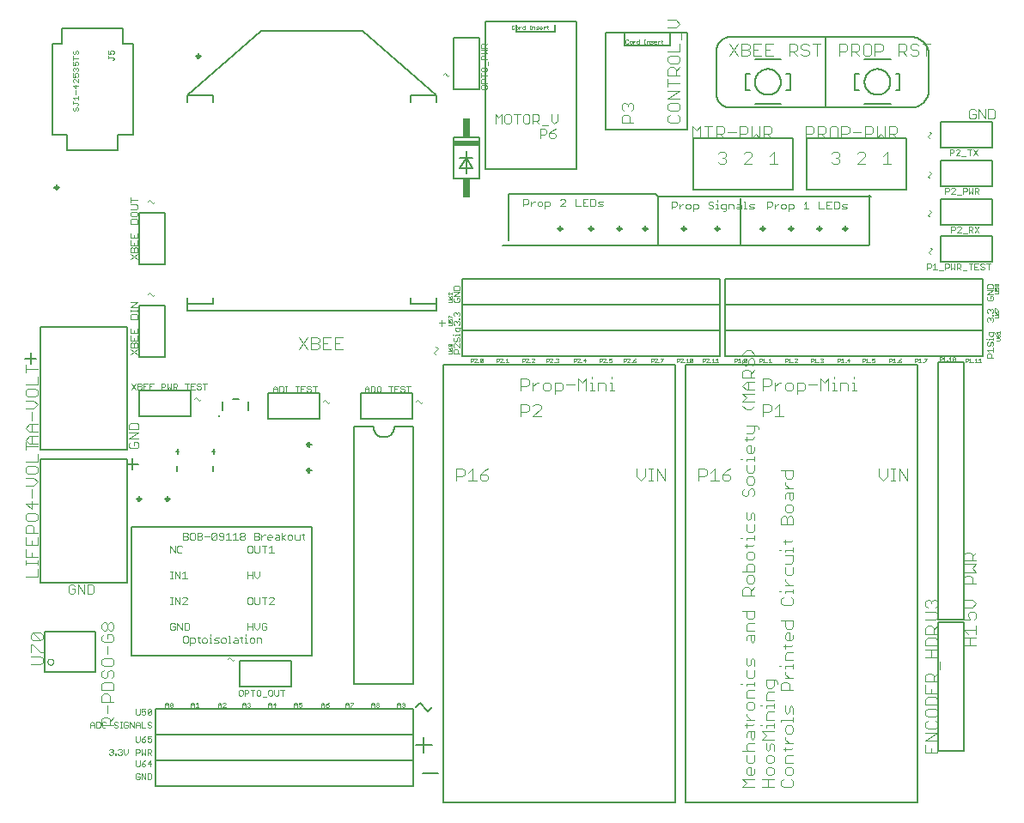
<source format=gto>
G75*
%MOIN*%
%OFA0B0*%
%FSLAX25Y25*%
%IPPOS*%
%LPD*%
%AMOC8*
5,1,8,0,0,1.08239X$1,22.5*
%
%ADD10C,0.00400*%
%ADD11C,0.00600*%
%ADD12C,0.00300*%
%ADD13C,0.00100*%
%ADD14C,0.00800*%
%ADD15C,0.00200*%
%ADD16C,0.00500*%
%ADD17C,0.01000*%
%ADD18C,0.00197*%
%ADD19R,0.10000X0.02000*%
%ADD20R,0.03000X0.07500*%
D10*
X0043685Y0043376D02*
X0043685Y0045678D01*
X0044452Y0046445D01*
X0045987Y0046445D01*
X0046754Y0045678D01*
X0046754Y0043376D01*
X0046754Y0044910D02*
X0048289Y0046445D01*
X0045987Y0047980D02*
X0045987Y0051049D01*
X0046754Y0052583D02*
X0046754Y0054885D01*
X0045987Y0055653D01*
X0044452Y0055653D01*
X0043685Y0054885D01*
X0043685Y0052583D01*
X0048289Y0052583D01*
X0048289Y0057187D02*
X0043685Y0057187D01*
X0043685Y0059489D01*
X0044452Y0060257D01*
X0047522Y0060257D01*
X0048289Y0059489D01*
X0048289Y0057187D01*
X0047522Y0061791D02*
X0048289Y0062559D01*
X0048289Y0064093D01*
X0047522Y0064861D01*
X0046754Y0064861D01*
X0045987Y0064093D01*
X0045987Y0062559D01*
X0045220Y0061791D01*
X0044452Y0061791D01*
X0043685Y0062559D01*
X0043685Y0064093D01*
X0044452Y0064861D01*
X0044452Y0066395D02*
X0047522Y0066395D01*
X0048289Y0067163D01*
X0048289Y0068697D01*
X0047522Y0069465D01*
X0044452Y0069465D01*
X0043685Y0068697D01*
X0043685Y0067163D01*
X0044452Y0066395D01*
X0045987Y0070999D02*
X0045987Y0074068D01*
X0047522Y0075603D02*
X0048289Y0076370D01*
X0048289Y0077905D01*
X0047522Y0078672D01*
X0045987Y0078672D01*
X0045987Y0077138D01*
X0044452Y0078672D02*
X0043685Y0077905D01*
X0043685Y0076370D01*
X0044452Y0075603D01*
X0047522Y0075603D01*
X0047522Y0080207D02*
X0046754Y0080207D01*
X0045987Y0080974D01*
X0045987Y0082509D01*
X0046754Y0083276D01*
X0047522Y0083276D01*
X0048289Y0082509D01*
X0048289Y0080974D01*
X0047522Y0080207D01*
X0045987Y0080974D02*
X0045220Y0080207D01*
X0044452Y0080207D01*
X0043685Y0080974D01*
X0043685Y0082509D01*
X0044452Y0083276D01*
X0045220Y0083276D01*
X0045987Y0082509D01*
X0020730Y0078572D02*
X0020730Y0077037D01*
X0019963Y0076270D01*
X0016893Y0079339D01*
X0019963Y0079339D01*
X0020730Y0078572D01*
X0019963Y0076270D02*
X0016893Y0076270D01*
X0016126Y0077037D01*
X0016126Y0078572D01*
X0016893Y0079339D01*
X0016893Y0074735D02*
X0019963Y0071666D01*
X0020730Y0071666D01*
X0019963Y0070131D02*
X0016126Y0070131D01*
X0016126Y0071666D02*
X0016126Y0074735D01*
X0016893Y0074735D01*
X0019963Y0070131D02*
X0020730Y0069364D01*
X0020730Y0067830D01*
X0019963Y0067062D01*
X0016126Y0067062D01*
X0043685Y0043376D02*
X0048289Y0043376D01*
X0018730Y0101189D02*
X0014126Y0101189D01*
X0018730Y0101189D02*
X0018730Y0104258D01*
X0018730Y0105793D02*
X0018730Y0107328D01*
X0018730Y0106560D02*
X0014126Y0106560D01*
X0014126Y0105793D02*
X0014126Y0107328D01*
X0014126Y0108862D02*
X0014126Y0111931D01*
X0014126Y0113466D02*
X0018730Y0113466D01*
X0018730Y0116535D01*
X0018730Y0118070D02*
X0014126Y0118070D01*
X0014126Y0120372D01*
X0014893Y0121139D01*
X0016428Y0121139D01*
X0017195Y0120372D01*
X0017195Y0118070D01*
X0016428Y0115001D02*
X0016428Y0113466D01*
X0014126Y0113466D02*
X0014126Y0116535D01*
X0014893Y0122674D02*
X0017963Y0122674D01*
X0018730Y0123441D01*
X0018730Y0124976D01*
X0017963Y0125743D01*
X0014893Y0125743D01*
X0014126Y0124976D01*
X0014126Y0123441D01*
X0014893Y0122674D01*
X0016428Y0127278D02*
X0014126Y0129580D01*
X0018730Y0129580D01*
X0016428Y0130347D02*
X0016428Y0127278D01*
X0016428Y0131882D02*
X0016428Y0134951D01*
X0017195Y0136486D02*
X0018730Y0138020D01*
X0017195Y0139555D01*
X0014126Y0139555D01*
X0014893Y0141090D02*
X0017963Y0141090D01*
X0018730Y0141857D01*
X0018730Y0143392D01*
X0017963Y0144159D01*
X0014893Y0144159D01*
X0014126Y0143392D01*
X0014126Y0141857D01*
X0014893Y0141090D01*
X0014126Y0145694D02*
X0018730Y0145694D01*
X0018730Y0148763D01*
X0018730Y0151832D02*
X0014126Y0151832D01*
X0014126Y0150298D02*
X0014126Y0153367D01*
X0014126Y0154224D02*
X0015661Y0155758D01*
X0018730Y0155758D01*
X0018730Y0157293D02*
X0015661Y0157293D01*
X0014126Y0158828D01*
X0015661Y0160362D01*
X0018730Y0160362D01*
X0016428Y0160362D02*
X0016428Y0157293D01*
X0016428Y0155758D02*
X0016428Y0152689D01*
X0015661Y0152689D02*
X0018730Y0152689D01*
X0015661Y0152689D02*
X0014126Y0154224D01*
X0016428Y0161897D02*
X0016428Y0164966D01*
X0017195Y0166501D02*
X0014126Y0166501D01*
X0014126Y0169570D02*
X0017195Y0169570D01*
X0018730Y0168035D01*
X0017195Y0166501D01*
X0017963Y0171105D02*
X0014893Y0171105D01*
X0014126Y0171872D01*
X0014126Y0173407D01*
X0014893Y0174174D01*
X0017963Y0174174D01*
X0018730Y0173407D01*
X0018730Y0171872D01*
X0017963Y0171105D01*
X0018730Y0175709D02*
X0014126Y0175709D01*
X0014126Y0180313D02*
X0014126Y0183382D01*
X0014126Y0181847D02*
X0018730Y0181847D01*
X0018730Y0178778D02*
X0018730Y0175709D01*
X0017195Y0136486D02*
X0014126Y0136486D01*
X0016428Y0110397D02*
X0016428Y0108862D01*
X0018730Y0108862D02*
X0014126Y0108862D01*
X0120378Y0189500D02*
X0123447Y0194104D01*
X0124982Y0194104D02*
X0127284Y0194104D01*
X0128051Y0193337D01*
X0128051Y0192569D01*
X0127284Y0191802D01*
X0124982Y0191802D01*
X0127284Y0191802D02*
X0128051Y0191035D01*
X0128051Y0190267D01*
X0127284Y0189500D01*
X0124982Y0189500D01*
X0124982Y0194104D01*
X0129586Y0194104D02*
X0129586Y0189500D01*
X0132655Y0189500D01*
X0134190Y0189500D02*
X0137259Y0189500D01*
X0135724Y0191802D02*
X0134190Y0191802D01*
X0134190Y0194104D02*
X0134190Y0189500D01*
X0131120Y0191802D02*
X0129586Y0191802D01*
X0129586Y0194104D02*
X0132655Y0194104D01*
X0134190Y0194104D02*
X0137259Y0194104D01*
X0123447Y0189500D02*
X0120378Y0194104D01*
X0172607Y0188267D02*
X0174141Y0189802D01*
X0173374Y0190569D01*
X0172607Y0188267D02*
X0173374Y0187500D01*
X0206378Y0178104D02*
X0206378Y0173500D01*
X0206378Y0175035D02*
X0208680Y0175035D01*
X0209447Y0175802D01*
X0209447Y0177337D01*
X0208680Y0178104D01*
X0206378Y0178104D01*
X0210982Y0176569D02*
X0210982Y0173500D01*
X0210982Y0175035D02*
X0212516Y0176569D01*
X0213284Y0176569D01*
X0214818Y0175802D02*
X0214818Y0174267D01*
X0215586Y0173500D01*
X0217120Y0173500D01*
X0217888Y0174267D01*
X0217888Y0175802D01*
X0217120Y0176569D01*
X0215586Y0176569D01*
X0214818Y0175802D01*
X0219422Y0176569D02*
X0221724Y0176569D01*
X0222492Y0175802D01*
X0222492Y0174267D01*
X0221724Y0173500D01*
X0219422Y0173500D01*
X0219422Y0171965D02*
X0219422Y0176569D01*
X0224026Y0175802D02*
X0227096Y0175802D01*
X0228630Y0178104D02*
X0230165Y0176569D01*
X0231699Y0178104D01*
X0231699Y0173500D01*
X0233234Y0173500D02*
X0234769Y0173500D01*
X0234001Y0173500D02*
X0234001Y0176569D01*
X0233234Y0176569D01*
X0234001Y0178104D02*
X0234001Y0178871D01*
X0236303Y0176569D02*
X0238605Y0176569D01*
X0239373Y0175802D01*
X0239373Y0173500D01*
X0240907Y0173500D02*
X0242442Y0173500D01*
X0241675Y0173500D02*
X0241675Y0176569D01*
X0240907Y0176569D01*
X0241675Y0178104D02*
X0241675Y0178871D01*
X0236303Y0176569D02*
X0236303Y0173500D01*
X0228630Y0173500D02*
X0228630Y0178104D01*
X0214051Y0167337D02*
X0213284Y0168104D01*
X0211749Y0168104D01*
X0210982Y0167337D01*
X0209447Y0167337D02*
X0209447Y0165802D01*
X0208680Y0165035D01*
X0206378Y0165035D01*
X0206378Y0163500D02*
X0206378Y0168104D01*
X0208680Y0168104D01*
X0209447Y0167337D01*
X0210982Y0163500D02*
X0214051Y0166569D01*
X0214051Y0167337D01*
X0214051Y0163500D02*
X0210982Y0163500D01*
X0193655Y0143104D02*
X0192120Y0142337D01*
X0190586Y0140802D01*
X0192888Y0140802D01*
X0193655Y0140035D01*
X0193655Y0139267D01*
X0192888Y0138500D01*
X0191353Y0138500D01*
X0190586Y0139267D01*
X0190586Y0140802D01*
X0189051Y0138500D02*
X0185982Y0138500D01*
X0187516Y0138500D02*
X0187516Y0143104D01*
X0185982Y0141569D01*
X0184447Y0140802D02*
X0183680Y0140035D01*
X0181378Y0140035D01*
X0181378Y0138500D02*
X0181378Y0143104D01*
X0183680Y0143104D01*
X0184447Y0142337D01*
X0184447Y0140802D01*
X0251378Y0140035D02*
X0252912Y0138500D01*
X0254447Y0140035D01*
X0254447Y0143104D01*
X0255982Y0143104D02*
X0257516Y0143104D01*
X0256749Y0143104D02*
X0256749Y0138500D01*
X0255982Y0138500D02*
X0257516Y0138500D01*
X0259051Y0138500D02*
X0259051Y0143104D01*
X0262120Y0138500D01*
X0262120Y0143104D01*
X0251378Y0143104D02*
X0251378Y0140035D01*
X0275378Y0140035D02*
X0277680Y0140035D01*
X0278447Y0140802D01*
X0278447Y0142337D01*
X0277680Y0143104D01*
X0275378Y0143104D01*
X0275378Y0138500D01*
X0279982Y0138500D02*
X0283051Y0138500D01*
X0281516Y0138500D02*
X0281516Y0143104D01*
X0279982Y0141569D01*
X0284586Y0140802D02*
X0284586Y0139267D01*
X0285353Y0138500D01*
X0286888Y0138500D01*
X0287655Y0139267D01*
X0287655Y0140035D01*
X0286888Y0140802D01*
X0284586Y0140802D01*
X0286120Y0142337D01*
X0287655Y0143104D01*
X0291607Y0146875D02*
X0292374Y0146875D01*
X0293909Y0146875D02*
X0293909Y0146108D01*
X0293909Y0146875D02*
X0296978Y0146875D01*
X0296978Y0146108D02*
X0296978Y0147643D01*
X0296211Y0149177D02*
X0294676Y0149177D01*
X0293909Y0149945D01*
X0293909Y0151479D01*
X0294676Y0152246D01*
X0295443Y0152246D01*
X0295443Y0149177D01*
X0296211Y0149177D02*
X0296978Y0149945D01*
X0296978Y0151479D01*
X0296211Y0154548D02*
X0293141Y0154548D01*
X0293909Y0153781D02*
X0293909Y0155316D01*
X0293909Y0156850D02*
X0296211Y0156850D01*
X0296978Y0157618D01*
X0296978Y0159920D01*
X0297745Y0159920D02*
X0293909Y0159920D01*
X0297745Y0159920D02*
X0298513Y0159152D01*
X0298513Y0158385D01*
X0296978Y0155316D02*
X0296211Y0154548D01*
X0300378Y0163500D02*
X0300378Y0168104D01*
X0302680Y0168104D01*
X0303447Y0167337D01*
X0303447Y0165802D01*
X0302680Y0165035D01*
X0300378Y0165035D01*
X0296978Y0167593D02*
X0295443Y0166058D01*
X0293909Y0166058D01*
X0292374Y0167593D01*
X0292374Y0169128D02*
X0293909Y0170662D01*
X0292374Y0172197D01*
X0296978Y0172197D01*
X0296978Y0173731D02*
X0293909Y0173731D01*
X0292374Y0175266D01*
X0293909Y0176801D01*
X0296978Y0176801D01*
X0296978Y0178335D02*
X0292374Y0178335D01*
X0292374Y0180637D01*
X0293141Y0181405D01*
X0294676Y0181405D01*
X0295443Y0180637D01*
X0295443Y0178335D01*
X0295443Y0179870D02*
X0296978Y0181405D01*
X0296211Y0182939D02*
X0296978Y0183707D01*
X0296978Y0185241D01*
X0296211Y0186009D01*
X0295443Y0186009D01*
X0294676Y0185241D01*
X0294676Y0183707D01*
X0293909Y0182939D01*
X0293141Y0182939D01*
X0292374Y0183707D01*
X0292374Y0185241D01*
X0293141Y0186009D01*
X0292374Y0187543D02*
X0293909Y0189078D01*
X0295443Y0189078D01*
X0296978Y0187543D01*
X0300378Y0178104D02*
X0302680Y0178104D01*
X0303447Y0177337D01*
X0303447Y0175802D01*
X0302680Y0175035D01*
X0300378Y0175035D01*
X0300378Y0173500D02*
X0300378Y0178104D01*
X0304982Y0176569D02*
X0304982Y0173500D01*
X0304982Y0175035D02*
X0306516Y0176569D01*
X0307284Y0176569D01*
X0308818Y0175802D02*
X0308818Y0174267D01*
X0309586Y0173500D01*
X0311120Y0173500D01*
X0311888Y0174267D01*
X0311888Y0175802D01*
X0311120Y0176569D01*
X0309586Y0176569D01*
X0308818Y0175802D01*
X0313422Y0176569D02*
X0315724Y0176569D01*
X0316492Y0175802D01*
X0316492Y0174267D01*
X0315724Y0173500D01*
X0313422Y0173500D01*
X0313422Y0171965D02*
X0313422Y0176569D01*
X0318026Y0175802D02*
X0321096Y0175802D01*
X0322630Y0173500D02*
X0322630Y0178104D01*
X0324165Y0176569D01*
X0325699Y0178104D01*
X0325699Y0173500D01*
X0327234Y0173500D02*
X0328769Y0173500D01*
X0328001Y0173500D02*
X0328001Y0176569D01*
X0327234Y0176569D01*
X0328001Y0178104D02*
X0328001Y0178871D01*
X0330303Y0176569D02*
X0332605Y0176569D01*
X0333373Y0175802D01*
X0333373Y0173500D01*
X0334907Y0173500D02*
X0336442Y0173500D01*
X0335675Y0173500D02*
X0335675Y0176569D01*
X0334907Y0176569D01*
X0335675Y0178104D02*
X0335675Y0178871D01*
X0330303Y0176569D02*
X0330303Y0173500D01*
X0306516Y0168104D02*
X0306516Y0163500D01*
X0304982Y0163500D02*
X0308051Y0163500D01*
X0304982Y0166569D02*
X0306516Y0168104D01*
X0296978Y0169128D02*
X0292374Y0169128D01*
X0294676Y0173731D02*
X0294676Y0176801D01*
X0293909Y0144573D02*
X0293909Y0142271D01*
X0294676Y0141504D01*
X0296211Y0141504D01*
X0296978Y0142271D01*
X0296978Y0144573D01*
X0296211Y0139969D02*
X0294676Y0139969D01*
X0293909Y0139202D01*
X0293909Y0137667D01*
X0294676Y0136900D01*
X0296211Y0136900D01*
X0296978Y0137667D01*
X0296978Y0139202D01*
X0296211Y0139969D01*
X0296211Y0135365D02*
X0296978Y0134598D01*
X0296978Y0133063D01*
X0296211Y0132296D01*
X0294676Y0133063D02*
X0294676Y0134598D01*
X0295443Y0135365D01*
X0296211Y0135365D01*
X0294676Y0133063D02*
X0293909Y0132296D01*
X0293141Y0132296D01*
X0292374Y0133063D01*
X0292374Y0134598D01*
X0293141Y0135365D01*
X0293909Y0126158D02*
X0293909Y0123856D01*
X0294676Y0123088D01*
X0295443Y0123856D01*
X0295443Y0125390D01*
X0296211Y0126158D01*
X0296978Y0125390D01*
X0296978Y0123088D01*
X0296978Y0121554D02*
X0296978Y0119252D01*
X0296211Y0118484D01*
X0294676Y0118484D01*
X0293909Y0119252D01*
X0293909Y0121554D01*
X0293909Y0116182D02*
X0296978Y0116182D01*
X0296978Y0115415D02*
X0296978Y0116950D01*
X0296978Y0113880D02*
X0296211Y0113113D01*
X0293141Y0113113D01*
X0293909Y0112346D02*
X0293909Y0113880D01*
X0293909Y0115415D02*
X0293909Y0116182D01*
X0292374Y0116182D02*
X0291607Y0116182D01*
X0294676Y0110811D02*
X0293909Y0110044D01*
X0293909Y0108509D01*
X0294676Y0107742D01*
X0296211Y0107742D01*
X0296978Y0108509D01*
X0296978Y0110044D01*
X0296211Y0110811D01*
X0294676Y0110811D01*
X0294676Y0106207D02*
X0293909Y0105440D01*
X0293909Y0103138D01*
X0292374Y0103138D02*
X0296978Y0103138D01*
X0296978Y0105440D01*
X0296211Y0106207D01*
X0294676Y0106207D01*
X0294676Y0101603D02*
X0293909Y0100836D01*
X0293909Y0099301D01*
X0294676Y0098534D01*
X0296211Y0098534D01*
X0296978Y0099301D01*
X0296978Y0100836D01*
X0296211Y0101603D01*
X0294676Y0101603D01*
X0294676Y0096999D02*
X0293141Y0096999D01*
X0292374Y0096232D01*
X0292374Y0093930D01*
X0296978Y0093930D01*
X0295443Y0093930D02*
X0295443Y0096232D01*
X0294676Y0096999D01*
X0295443Y0095465D02*
X0296978Y0096999D01*
X0296978Y0087792D02*
X0292374Y0087792D01*
X0293909Y0087792D02*
X0293909Y0085490D01*
X0294676Y0084722D01*
X0296211Y0084722D01*
X0296978Y0085490D01*
X0296978Y0087792D01*
X0296978Y0083188D02*
X0294676Y0083188D01*
X0293909Y0082420D01*
X0293909Y0080118D01*
X0296978Y0080118D01*
X0296978Y0078584D02*
X0296978Y0076282D01*
X0296211Y0075514D01*
X0295443Y0076282D01*
X0295443Y0078584D01*
X0294676Y0078584D02*
X0296978Y0078584D01*
X0294676Y0078584D02*
X0293909Y0077816D01*
X0293909Y0076282D01*
X0293909Y0069376D02*
X0293909Y0067074D01*
X0294676Y0066307D01*
X0295443Y0067074D01*
X0295443Y0068609D01*
X0296211Y0069376D01*
X0296978Y0068609D01*
X0296978Y0066307D01*
X0296978Y0064772D02*
X0296978Y0062470D01*
X0296211Y0061703D01*
X0294676Y0061703D01*
X0293909Y0062470D01*
X0293909Y0064772D01*
X0293909Y0059401D02*
X0296978Y0059401D01*
X0296978Y0060168D02*
X0296978Y0058633D01*
X0296978Y0057099D02*
X0294676Y0057099D01*
X0293909Y0056331D01*
X0293909Y0054029D01*
X0296978Y0054029D01*
X0296211Y0052495D02*
X0294676Y0052495D01*
X0293909Y0051727D01*
X0293909Y0050193D01*
X0294676Y0049426D01*
X0296211Y0049426D01*
X0296978Y0050193D01*
X0296978Y0051727D01*
X0296211Y0052495D01*
X0299107Y0050960D02*
X0299874Y0050960D01*
X0301409Y0050960D02*
X0304478Y0050960D01*
X0304478Y0050193D02*
X0304478Y0051727D01*
X0304478Y0053262D02*
X0301409Y0053262D01*
X0301409Y0055564D01*
X0302176Y0056331D01*
X0304478Y0056331D01*
X0303711Y0057866D02*
X0304478Y0058633D01*
X0304478Y0060935D01*
X0305245Y0060935D02*
X0301409Y0060935D01*
X0301409Y0058633D01*
X0302176Y0057866D01*
X0303711Y0057866D01*
X0306013Y0059401D02*
X0306013Y0060168D01*
X0305245Y0060935D01*
X0307374Y0059401D02*
X0307374Y0057099D01*
X0311978Y0057099D01*
X0310443Y0057099D02*
X0310443Y0059401D01*
X0309676Y0060168D01*
X0308141Y0060168D01*
X0307374Y0059401D01*
X0308909Y0061703D02*
X0311978Y0061703D01*
X0310443Y0061703D02*
X0308909Y0063237D01*
X0308909Y0064005D01*
X0308909Y0065539D02*
X0308909Y0066307D01*
X0311978Y0066307D01*
X0311978Y0067074D02*
X0311978Y0065539D01*
X0311978Y0068609D02*
X0308909Y0068609D01*
X0308909Y0070910D01*
X0309676Y0071678D01*
X0311978Y0071678D01*
X0311211Y0073980D02*
X0311978Y0074747D01*
X0311211Y0073980D02*
X0308141Y0073980D01*
X0308909Y0074747D02*
X0308909Y0073212D01*
X0309676Y0076282D02*
X0308909Y0077049D01*
X0308909Y0078584D01*
X0309676Y0079351D01*
X0310443Y0079351D01*
X0310443Y0076282D01*
X0309676Y0076282D02*
X0311211Y0076282D01*
X0311978Y0077049D01*
X0311978Y0078584D01*
X0311211Y0080886D02*
X0309676Y0080886D01*
X0308909Y0081653D01*
X0308909Y0083955D01*
X0307374Y0083955D02*
X0311978Y0083955D01*
X0311978Y0081653D01*
X0311211Y0080886D01*
X0311211Y0090093D02*
X0308141Y0090093D01*
X0307374Y0090861D01*
X0307374Y0092395D01*
X0308141Y0093163D01*
X0308909Y0094697D02*
X0308909Y0095465D01*
X0311978Y0095465D01*
X0311978Y0096232D02*
X0311978Y0094697D01*
X0311211Y0093163D02*
X0311978Y0092395D01*
X0311978Y0090861D01*
X0311211Y0090093D01*
X0307374Y0095465D02*
X0306607Y0095465D01*
X0308909Y0097767D02*
X0311978Y0097767D01*
X0310443Y0097767D02*
X0308909Y0099301D01*
X0308909Y0100069D01*
X0309676Y0101603D02*
X0308909Y0102371D01*
X0308909Y0104673D01*
X0308909Y0106207D02*
X0311211Y0106207D01*
X0311978Y0106975D01*
X0311978Y0109277D01*
X0308909Y0109277D01*
X0308909Y0110811D02*
X0308909Y0111578D01*
X0311978Y0111578D01*
X0311978Y0110811D02*
X0311978Y0112346D01*
X0311211Y0114648D02*
X0308141Y0114648D01*
X0308909Y0115415D02*
X0308909Y0113880D01*
X0311211Y0114648D02*
X0311978Y0115415D01*
X0307374Y0111578D02*
X0306607Y0111578D01*
X0311978Y0104673D02*
X0311978Y0102371D01*
X0311211Y0101603D01*
X0309676Y0101603D01*
X0309676Y0121554D02*
X0309676Y0123856D01*
X0310443Y0124623D01*
X0311211Y0124623D01*
X0311978Y0123856D01*
X0311978Y0121554D01*
X0307374Y0121554D01*
X0307374Y0123856D01*
X0308141Y0124623D01*
X0308909Y0124623D01*
X0309676Y0123856D01*
X0309676Y0126158D02*
X0311211Y0126158D01*
X0311978Y0126925D01*
X0311978Y0128460D01*
X0311211Y0129227D01*
X0309676Y0129227D01*
X0308909Y0128460D01*
X0308909Y0126925D01*
X0309676Y0126158D01*
X0311211Y0130761D02*
X0310443Y0131529D01*
X0310443Y0133831D01*
X0309676Y0133831D02*
X0311978Y0133831D01*
X0311978Y0131529D01*
X0311211Y0130761D01*
X0308909Y0131529D02*
X0308909Y0133063D01*
X0309676Y0133831D01*
X0310443Y0135365D02*
X0308909Y0136900D01*
X0308909Y0137667D01*
X0309676Y0139202D02*
X0308909Y0139969D01*
X0308909Y0142271D01*
X0307374Y0142271D02*
X0311978Y0142271D01*
X0311978Y0139969D01*
X0311211Y0139202D01*
X0309676Y0139202D01*
X0308909Y0135365D02*
X0311978Y0135365D01*
X0345378Y0140035D02*
X0346912Y0138500D01*
X0348447Y0140035D01*
X0348447Y0143104D01*
X0349982Y0143104D02*
X0351516Y0143104D01*
X0350749Y0143104D02*
X0350749Y0138500D01*
X0349982Y0138500D02*
X0351516Y0138500D01*
X0353051Y0138500D02*
X0353051Y0143104D01*
X0356120Y0138500D01*
X0356120Y0143104D01*
X0345378Y0143104D02*
X0345378Y0140035D01*
X0378374Y0109822D02*
X0379141Y0110589D01*
X0380676Y0110589D01*
X0381443Y0109822D01*
X0381443Y0107520D01*
X0381443Y0109054D02*
X0382978Y0110589D01*
X0382978Y0107520D02*
X0378374Y0107520D01*
X0378374Y0109822D01*
X0378374Y0105985D02*
X0382978Y0105985D01*
X0381443Y0104450D01*
X0382978Y0102916D01*
X0378374Y0102916D01*
X0379141Y0101381D02*
X0380676Y0101381D01*
X0381443Y0100614D01*
X0381443Y0098312D01*
X0382978Y0098312D02*
X0378374Y0098312D01*
X0378374Y0100614D01*
X0379141Y0101381D01*
X0378374Y0092173D02*
X0381443Y0092173D01*
X0382978Y0090639D01*
X0381443Y0089104D01*
X0378374Y0089104D01*
X0378374Y0087569D02*
X0378374Y0084500D01*
X0380676Y0084500D01*
X0379909Y0086035D01*
X0379909Y0086802D01*
X0380676Y0087569D01*
X0382211Y0087569D01*
X0382978Y0086802D01*
X0382978Y0085267D01*
X0382211Y0084500D01*
X0382978Y0081965D02*
X0382978Y0078896D01*
X0382978Y0077361D02*
X0378374Y0077361D01*
X0379909Y0078896D02*
X0378374Y0080431D01*
X0382978Y0080431D01*
X0380676Y0077361D02*
X0380676Y0074292D01*
X0382978Y0074292D02*
X0378374Y0074292D01*
X0367978Y0074292D02*
X0367978Y0076594D01*
X0367211Y0077361D01*
X0364141Y0077361D01*
X0363374Y0076594D01*
X0363374Y0074292D01*
X0367978Y0074292D01*
X0367978Y0072757D02*
X0363374Y0072757D01*
X0365676Y0072757D02*
X0365676Y0069688D01*
X0367978Y0069688D02*
X0363374Y0069688D01*
X0368745Y0068153D02*
X0368745Y0065084D01*
X0367978Y0063550D02*
X0366443Y0062015D01*
X0366443Y0062782D02*
X0366443Y0060480D01*
X0367978Y0060480D02*
X0363374Y0060480D01*
X0363374Y0062782D01*
X0364141Y0063550D01*
X0365676Y0063550D01*
X0366443Y0062782D01*
X0367978Y0058946D02*
X0367978Y0055876D01*
X0363374Y0055876D01*
X0363374Y0058946D01*
X0365676Y0057411D02*
X0365676Y0055876D01*
X0367211Y0054342D02*
X0364141Y0054342D01*
X0363374Y0053574D01*
X0363374Y0051272D01*
X0367978Y0051272D01*
X0367978Y0053574D01*
X0367211Y0054342D01*
X0367211Y0049738D02*
X0364141Y0049738D01*
X0363374Y0048970D01*
X0363374Y0047436D01*
X0364141Y0046668D01*
X0367211Y0046668D01*
X0367978Y0047436D01*
X0367978Y0048970D01*
X0367211Y0049738D01*
X0367211Y0045134D02*
X0367978Y0044367D01*
X0367978Y0042832D01*
X0367211Y0042065D01*
X0364141Y0042065D01*
X0363374Y0042832D01*
X0363374Y0044367D01*
X0364141Y0045134D01*
X0363374Y0040530D02*
X0367978Y0040530D01*
X0363374Y0037461D01*
X0367978Y0037461D01*
X0367978Y0035926D02*
X0367978Y0032857D01*
X0363374Y0032857D01*
X0363374Y0035926D01*
X0365676Y0034391D02*
X0365676Y0032857D01*
X0366443Y0078896D02*
X0366443Y0081198D01*
X0365676Y0081965D01*
X0364141Y0081965D01*
X0363374Y0081198D01*
X0363374Y0078896D01*
X0367978Y0078896D01*
X0366443Y0080431D02*
X0367978Y0081965D01*
X0367211Y0084500D02*
X0367978Y0085267D01*
X0367978Y0086802D01*
X0367211Y0087569D01*
X0363374Y0087569D01*
X0364141Y0089104D02*
X0363374Y0089871D01*
X0363374Y0091406D01*
X0364141Y0092173D01*
X0364909Y0092173D01*
X0365676Y0091406D01*
X0366443Y0092173D01*
X0367211Y0092173D01*
X0367978Y0091406D01*
X0367978Y0089871D01*
X0367211Y0089104D01*
X0365676Y0090639D02*
X0365676Y0091406D01*
X0367211Y0084500D02*
X0363374Y0084500D01*
X0311978Y0050193D02*
X0311978Y0047891D01*
X0311978Y0046356D02*
X0311978Y0044822D01*
X0311978Y0045589D02*
X0307374Y0045589D01*
X0307374Y0044822D01*
X0309676Y0043287D02*
X0308909Y0042520D01*
X0308909Y0040985D01*
X0309676Y0040218D01*
X0311211Y0040218D01*
X0311978Y0040985D01*
X0311978Y0042520D01*
X0311211Y0043287D01*
X0309676Y0043287D01*
X0309676Y0047891D02*
X0308909Y0048658D01*
X0308909Y0050960D01*
X0310443Y0050193D02*
X0310443Y0048658D01*
X0309676Y0047891D01*
X0310443Y0050193D02*
X0311211Y0050960D01*
X0311978Y0050193D01*
X0304478Y0048658D02*
X0302176Y0048658D01*
X0301409Y0047891D01*
X0301409Y0045589D01*
X0304478Y0045589D01*
X0304478Y0044054D02*
X0304478Y0042520D01*
X0304478Y0043287D02*
X0301409Y0043287D01*
X0301409Y0042520D01*
X0299874Y0043287D02*
X0299107Y0043287D01*
X0296978Y0044054D02*
X0296211Y0043287D01*
X0293141Y0043287D01*
X0293909Y0042520D02*
X0293909Y0044054D01*
X0293909Y0045589D02*
X0296978Y0045589D01*
X0295443Y0045589D02*
X0293909Y0047124D01*
X0293909Y0047891D01*
X0301409Y0050193D02*
X0301409Y0050960D01*
X0299874Y0040985D02*
X0304478Y0040985D01*
X0304478Y0037916D02*
X0299874Y0037916D01*
X0301409Y0039450D01*
X0299874Y0040985D01*
X0296978Y0040985D02*
X0296978Y0038683D01*
X0296211Y0037916D01*
X0295443Y0038683D01*
X0295443Y0040985D01*
X0294676Y0040985D02*
X0296978Y0040985D01*
X0294676Y0040985D02*
X0293909Y0040218D01*
X0293909Y0038683D01*
X0294676Y0036381D02*
X0296978Y0036381D01*
X0294676Y0036381D02*
X0293909Y0035614D01*
X0293909Y0034079D01*
X0294676Y0033312D01*
X0293909Y0031777D02*
X0293909Y0029475D01*
X0294676Y0028708D01*
X0296211Y0028708D01*
X0296978Y0029475D01*
X0296978Y0031777D01*
X0296978Y0033312D02*
X0292374Y0033312D01*
X0294676Y0027173D02*
X0295443Y0027173D01*
X0295443Y0024104D01*
X0294676Y0024104D02*
X0293909Y0024871D01*
X0293909Y0026406D01*
X0294676Y0027173D01*
X0296978Y0026406D02*
X0296978Y0024871D01*
X0296211Y0024104D01*
X0294676Y0024104D01*
X0292374Y0022569D02*
X0296978Y0022569D01*
X0299874Y0022569D02*
X0304478Y0022569D01*
X0303711Y0024104D02*
X0304478Y0024871D01*
X0304478Y0026406D01*
X0303711Y0027173D01*
X0302176Y0027173D01*
X0301409Y0026406D01*
X0301409Y0024871D01*
X0302176Y0024104D01*
X0303711Y0024104D01*
X0302176Y0022569D02*
X0302176Y0019500D01*
X0304478Y0019500D02*
X0299874Y0019500D01*
X0296978Y0019500D02*
X0292374Y0019500D01*
X0293909Y0021035D01*
X0292374Y0022569D01*
X0301409Y0029475D02*
X0302176Y0028708D01*
X0303711Y0028708D01*
X0304478Y0029475D01*
X0304478Y0031010D01*
X0303711Y0031777D01*
X0302176Y0031777D01*
X0301409Y0031010D01*
X0301409Y0029475D01*
X0302176Y0033312D02*
X0301409Y0034079D01*
X0301409Y0036381D01*
X0302943Y0035614D02*
X0302943Y0034079D01*
X0302176Y0033312D01*
X0304478Y0033312D02*
X0304478Y0035614D01*
X0303711Y0036381D01*
X0302943Y0035614D01*
X0308141Y0034079D02*
X0311211Y0034079D01*
X0311978Y0034846D01*
X0311978Y0036381D02*
X0308909Y0036381D01*
X0310443Y0036381D02*
X0308909Y0037916D01*
X0308909Y0038683D01*
X0308909Y0034846D02*
X0308909Y0033312D01*
X0309676Y0031777D02*
X0308909Y0031010D01*
X0308909Y0028708D01*
X0311978Y0028708D01*
X0311211Y0027173D02*
X0309676Y0027173D01*
X0308909Y0026406D01*
X0308909Y0024871D01*
X0309676Y0024104D01*
X0311211Y0024104D01*
X0311978Y0024871D01*
X0311978Y0026406D01*
X0311211Y0027173D01*
X0311978Y0031777D02*
X0309676Y0031777D01*
X0311211Y0022569D02*
X0311978Y0021802D01*
X0311978Y0020267D01*
X0311211Y0019500D01*
X0308141Y0019500D01*
X0307374Y0020267D01*
X0307374Y0021802D01*
X0308141Y0022569D01*
X0293909Y0058633D02*
X0293909Y0059401D01*
X0292374Y0059401D02*
X0291607Y0059401D01*
X0306607Y0066307D02*
X0307374Y0066307D01*
X0305947Y0261500D02*
X0302878Y0261500D01*
X0304413Y0261500D02*
X0304413Y0266104D01*
X0302878Y0264569D01*
X0295947Y0264569D02*
X0295947Y0265337D01*
X0295180Y0266104D01*
X0293645Y0266104D01*
X0292878Y0265337D01*
X0295947Y0264569D02*
X0292878Y0261500D01*
X0295947Y0261500D01*
X0285947Y0262267D02*
X0285180Y0261500D01*
X0283645Y0261500D01*
X0282878Y0262267D01*
X0284413Y0263802D02*
X0285180Y0263802D01*
X0285947Y0263035D01*
X0285947Y0262267D01*
X0285180Y0263802D02*
X0285947Y0264569D01*
X0285947Y0265337D01*
X0285180Y0266104D01*
X0283645Y0266104D01*
X0282878Y0265337D01*
X0282086Y0271500D02*
X0282086Y0276104D01*
X0284388Y0276104D01*
X0285155Y0275337D01*
X0285155Y0273802D01*
X0284388Y0273035D01*
X0282086Y0273035D01*
X0283620Y0273035D02*
X0285155Y0271500D01*
X0286690Y0273802D02*
X0289759Y0273802D01*
X0291294Y0273035D02*
X0293596Y0273035D01*
X0294363Y0273802D01*
X0294363Y0275337D01*
X0293596Y0276104D01*
X0291294Y0276104D01*
X0291294Y0271500D01*
X0295897Y0271500D02*
X0295897Y0276104D01*
X0298967Y0276104D02*
X0298967Y0271500D01*
X0297432Y0273035D01*
X0295897Y0271500D01*
X0300501Y0271500D02*
X0300501Y0276104D01*
X0302803Y0276104D01*
X0303571Y0275337D01*
X0303571Y0273802D01*
X0302803Y0273035D01*
X0300501Y0273035D01*
X0302036Y0273035D02*
X0303571Y0271500D01*
X0316878Y0271500D02*
X0316878Y0276104D01*
X0319180Y0276104D01*
X0319947Y0275337D01*
X0319947Y0273802D01*
X0319180Y0273035D01*
X0316878Y0273035D01*
X0321482Y0273035D02*
X0323784Y0273035D01*
X0324551Y0273802D01*
X0324551Y0275337D01*
X0323784Y0276104D01*
X0321482Y0276104D01*
X0321482Y0271500D01*
X0323016Y0273035D02*
X0324551Y0271500D01*
X0326086Y0272267D02*
X0326086Y0275337D01*
X0326853Y0276104D01*
X0328388Y0276104D01*
X0329155Y0275337D01*
X0329155Y0272267D01*
X0328388Y0271500D01*
X0326853Y0271500D01*
X0326086Y0272267D01*
X0330690Y0271500D02*
X0330690Y0276104D01*
X0332992Y0276104D01*
X0333759Y0275337D01*
X0333759Y0273802D01*
X0332992Y0273035D01*
X0330690Y0273035D01*
X0335294Y0273802D02*
X0338363Y0273802D01*
X0339897Y0273035D02*
X0342199Y0273035D01*
X0342967Y0273802D01*
X0342967Y0275337D01*
X0342199Y0276104D01*
X0339897Y0276104D01*
X0339897Y0271500D01*
X0344501Y0271500D02*
X0344501Y0276104D01*
X0347571Y0276104D02*
X0347571Y0271500D01*
X0346036Y0273035D01*
X0344501Y0271500D01*
X0349105Y0271500D02*
X0349105Y0276104D01*
X0351407Y0276104D01*
X0352175Y0275337D01*
X0352175Y0273802D01*
X0351407Y0273035D01*
X0349105Y0273035D01*
X0350640Y0273035D02*
X0352175Y0271500D01*
X0348412Y0266104D02*
X0348412Y0261500D01*
X0346878Y0261500D02*
X0349947Y0261500D01*
X0346878Y0264569D02*
X0348412Y0266104D01*
X0339947Y0265337D02*
X0339180Y0266104D01*
X0337645Y0266104D01*
X0336878Y0265337D01*
X0339947Y0265337D02*
X0339947Y0264569D01*
X0336878Y0261500D01*
X0339947Y0261500D01*
X0329947Y0262267D02*
X0329180Y0261500D01*
X0327645Y0261500D01*
X0326878Y0262267D01*
X0328413Y0263802D02*
X0329180Y0263802D01*
X0329947Y0263035D01*
X0329947Y0262267D01*
X0329180Y0263802D02*
X0329947Y0264569D01*
X0329947Y0265337D01*
X0329180Y0266104D01*
X0327645Y0266104D01*
X0326878Y0265337D01*
X0329878Y0303500D02*
X0329878Y0308104D01*
X0332180Y0308104D01*
X0332947Y0307337D01*
X0332947Y0305802D01*
X0332180Y0305035D01*
X0329878Y0305035D01*
X0334482Y0305035D02*
X0336784Y0305035D01*
X0337551Y0305802D01*
X0337551Y0307337D01*
X0336784Y0308104D01*
X0334482Y0308104D01*
X0334482Y0303500D01*
X0336016Y0305035D02*
X0337551Y0303500D01*
X0339086Y0304267D02*
X0339853Y0303500D01*
X0341388Y0303500D01*
X0342155Y0304267D01*
X0342155Y0307337D01*
X0341388Y0308104D01*
X0339853Y0308104D01*
X0339086Y0307337D01*
X0339086Y0304267D01*
X0343690Y0303500D02*
X0343690Y0308104D01*
X0345992Y0308104D01*
X0346759Y0307337D01*
X0346759Y0305802D01*
X0345992Y0305035D01*
X0343690Y0305035D01*
X0352897Y0305035D02*
X0355199Y0305035D01*
X0355967Y0305802D01*
X0355967Y0307337D01*
X0355199Y0308104D01*
X0352897Y0308104D01*
X0352897Y0303500D01*
X0354432Y0305035D02*
X0355967Y0303500D01*
X0357501Y0304267D02*
X0358269Y0303500D01*
X0359803Y0303500D01*
X0360571Y0304267D01*
X0360571Y0305035D01*
X0359803Y0305802D01*
X0358269Y0305802D01*
X0357501Y0306569D01*
X0357501Y0307337D01*
X0358269Y0308104D01*
X0359803Y0308104D01*
X0360571Y0307337D01*
X0362105Y0308104D02*
X0365175Y0308104D01*
X0363640Y0308104D02*
X0363640Y0303500D01*
X0322675Y0308104D02*
X0319605Y0308104D01*
X0321140Y0308104D02*
X0321140Y0303500D01*
X0318071Y0304267D02*
X0317303Y0303500D01*
X0315769Y0303500D01*
X0315001Y0304267D01*
X0313467Y0303500D02*
X0311932Y0305035D01*
X0312699Y0305035D02*
X0310397Y0305035D01*
X0310397Y0303500D02*
X0310397Y0308104D01*
X0312699Y0308104D01*
X0313467Y0307337D01*
X0313467Y0305802D01*
X0312699Y0305035D01*
X0315001Y0306569D02*
X0315769Y0305802D01*
X0317303Y0305802D01*
X0318071Y0305035D01*
X0318071Y0304267D01*
X0318071Y0307337D02*
X0317303Y0308104D01*
X0315769Y0308104D01*
X0315001Y0307337D01*
X0315001Y0306569D01*
X0304259Y0308104D02*
X0301190Y0308104D01*
X0301190Y0303500D01*
X0304259Y0303500D01*
X0302724Y0305802D02*
X0301190Y0305802D01*
X0299655Y0308104D02*
X0296586Y0308104D01*
X0296586Y0303500D01*
X0299655Y0303500D01*
X0298120Y0305802D02*
X0296586Y0305802D01*
X0295051Y0306569D02*
X0294284Y0305802D01*
X0291982Y0305802D01*
X0294284Y0305802D02*
X0295051Y0305035D01*
X0295051Y0304267D01*
X0294284Y0303500D01*
X0291982Y0303500D01*
X0291982Y0308104D01*
X0294284Y0308104D01*
X0295051Y0307337D01*
X0295051Y0306569D01*
X0290447Y0308104D02*
X0287378Y0303500D01*
X0290447Y0303500D02*
X0287378Y0308104D01*
X0268682Y0309727D02*
X0268682Y0312797D01*
X0266380Y0314331D02*
X0267915Y0315866D01*
X0266380Y0317401D01*
X0263311Y0317401D01*
X0263311Y0314331D02*
X0266380Y0314331D01*
X0267915Y0308193D02*
X0267915Y0305124D01*
X0263311Y0305124D01*
X0264078Y0303589D02*
X0263311Y0302822D01*
X0263311Y0301287D01*
X0264078Y0300520D01*
X0267148Y0300520D01*
X0267915Y0301287D01*
X0267915Y0302822D01*
X0267148Y0303589D01*
X0264078Y0303589D01*
X0264078Y0298985D02*
X0265613Y0298985D01*
X0266380Y0298218D01*
X0266380Y0295916D01*
X0266380Y0297450D02*
X0267915Y0298985D01*
X0267915Y0295916D02*
X0263311Y0295916D01*
X0263311Y0298218D01*
X0264078Y0298985D01*
X0263311Y0294381D02*
X0263311Y0291312D01*
X0263311Y0292846D02*
X0267915Y0292846D01*
X0267915Y0289777D02*
X0263311Y0289777D01*
X0263311Y0286708D02*
X0267915Y0289777D01*
X0267915Y0286708D02*
X0263311Y0286708D01*
X0264078Y0285173D02*
X0263311Y0284406D01*
X0263311Y0282871D01*
X0264078Y0282104D01*
X0267148Y0282104D01*
X0267915Y0282871D01*
X0267915Y0284406D01*
X0267148Y0285173D01*
X0264078Y0285173D01*
X0264078Y0280569D02*
X0263311Y0279802D01*
X0263311Y0278267D01*
X0264078Y0277500D01*
X0267148Y0277500D01*
X0267915Y0278267D01*
X0267915Y0279802D01*
X0267148Y0280569D01*
X0272878Y0276104D02*
X0274413Y0274569D01*
X0275947Y0276104D01*
X0275947Y0271500D01*
X0272878Y0271500D02*
X0272878Y0276104D01*
X0277482Y0276104D02*
X0280551Y0276104D01*
X0279016Y0276104D02*
X0279016Y0271500D01*
X0250041Y0277500D02*
X0245437Y0277500D01*
X0245437Y0279802D01*
X0246204Y0280569D01*
X0247739Y0280569D01*
X0248506Y0279802D01*
X0248506Y0277500D01*
X0249274Y0282104D02*
X0250041Y0282871D01*
X0250041Y0284406D01*
X0249274Y0285173D01*
X0248506Y0285173D01*
X0247739Y0284406D01*
X0247739Y0283639D01*
X0247739Y0284406D02*
X0246972Y0285173D01*
X0246204Y0285173D01*
X0245437Y0284406D01*
X0245437Y0282871D01*
X0246204Y0282104D01*
D11*
X0282178Y0288890D02*
X0282178Y0305210D01*
X0282180Y0305359D01*
X0282186Y0305508D01*
X0282196Y0305656D01*
X0282210Y0305804D01*
X0282227Y0305952D01*
X0282249Y0306099D01*
X0282275Y0306246D01*
X0282304Y0306392D01*
X0282338Y0306537D01*
X0282375Y0306681D01*
X0282416Y0306824D01*
X0282461Y0306966D01*
X0282509Y0307106D01*
X0282562Y0307246D01*
X0282618Y0307384D01*
X0282678Y0307520D01*
X0282741Y0307655D01*
X0282808Y0307788D01*
X0282878Y0307919D01*
X0282952Y0308048D01*
X0283029Y0308175D01*
X0283110Y0308300D01*
X0283194Y0308423D01*
X0283281Y0308544D01*
X0283371Y0308662D01*
X0283465Y0308778D01*
X0283561Y0308891D01*
X0283661Y0309002D01*
X0283763Y0309110D01*
X0283868Y0309215D01*
X0283976Y0309317D01*
X0284087Y0309417D01*
X0284200Y0309513D01*
X0284316Y0309607D01*
X0284434Y0309697D01*
X0284555Y0309784D01*
X0284678Y0309868D01*
X0284803Y0309949D01*
X0284930Y0310026D01*
X0285059Y0310100D01*
X0285190Y0310170D01*
X0285323Y0310237D01*
X0285458Y0310300D01*
X0285594Y0310360D01*
X0285732Y0310416D01*
X0285872Y0310469D01*
X0286012Y0310517D01*
X0286154Y0310562D01*
X0286297Y0310603D01*
X0286441Y0310640D01*
X0286586Y0310674D01*
X0286732Y0310703D01*
X0286879Y0310729D01*
X0287026Y0310751D01*
X0287174Y0310768D01*
X0287322Y0310782D01*
X0287470Y0310792D01*
X0287619Y0310798D01*
X0287768Y0310800D01*
X0324678Y0310800D01*
X0357607Y0310800D01*
X0357778Y0310798D01*
X0357949Y0310792D01*
X0358119Y0310781D01*
X0358289Y0310767D01*
X0358459Y0310748D01*
X0358629Y0310726D01*
X0358797Y0310699D01*
X0358966Y0310668D01*
X0359133Y0310633D01*
X0359299Y0310595D01*
X0359465Y0310552D01*
X0359629Y0310505D01*
X0359792Y0310454D01*
X0359954Y0310399D01*
X0360114Y0310340D01*
X0360273Y0310278D01*
X0360431Y0310212D01*
X0360587Y0310142D01*
X0360741Y0310068D01*
X0360893Y0309990D01*
X0361043Y0309909D01*
X0361192Y0309824D01*
X0361338Y0309736D01*
X0361482Y0309644D01*
X0361624Y0309548D01*
X0361763Y0309450D01*
X0361900Y0309347D01*
X0362035Y0309242D01*
X0362167Y0309133D01*
X0362296Y0309022D01*
X0362422Y0308907D01*
X0362546Y0308789D01*
X0362667Y0308668D01*
X0362785Y0308544D01*
X0362900Y0308418D01*
X0363011Y0308289D01*
X0363120Y0308157D01*
X0363225Y0308022D01*
X0363328Y0307885D01*
X0363426Y0307746D01*
X0363522Y0307604D01*
X0363614Y0307460D01*
X0363702Y0307314D01*
X0363787Y0307165D01*
X0363868Y0307015D01*
X0363946Y0306863D01*
X0364020Y0306709D01*
X0364090Y0306553D01*
X0364156Y0306395D01*
X0364218Y0306236D01*
X0364277Y0306076D01*
X0364332Y0305914D01*
X0364383Y0305751D01*
X0364430Y0305587D01*
X0364473Y0305421D01*
X0364511Y0305255D01*
X0364546Y0305088D01*
X0364577Y0304919D01*
X0364604Y0304751D01*
X0364626Y0304581D01*
X0364645Y0304411D01*
X0364659Y0304241D01*
X0364670Y0304071D01*
X0364676Y0303900D01*
X0364678Y0303729D01*
X0364678Y0290371D01*
X0364676Y0290200D01*
X0364670Y0290029D01*
X0364659Y0289859D01*
X0364645Y0289689D01*
X0364626Y0289519D01*
X0364604Y0289349D01*
X0364577Y0289181D01*
X0364546Y0289012D01*
X0364511Y0288845D01*
X0364473Y0288679D01*
X0364430Y0288513D01*
X0364383Y0288349D01*
X0364332Y0288186D01*
X0364277Y0288024D01*
X0364218Y0287864D01*
X0364156Y0287705D01*
X0364090Y0287547D01*
X0364020Y0287391D01*
X0363946Y0287237D01*
X0363868Y0287085D01*
X0363787Y0286935D01*
X0363702Y0286786D01*
X0363614Y0286640D01*
X0363522Y0286496D01*
X0363426Y0286354D01*
X0363328Y0286215D01*
X0363225Y0286078D01*
X0363120Y0285943D01*
X0363011Y0285811D01*
X0362900Y0285682D01*
X0362785Y0285556D01*
X0362667Y0285432D01*
X0362546Y0285311D01*
X0362422Y0285193D01*
X0362296Y0285078D01*
X0362167Y0284967D01*
X0362035Y0284858D01*
X0361900Y0284753D01*
X0361763Y0284650D01*
X0361624Y0284552D01*
X0361482Y0284456D01*
X0361338Y0284364D01*
X0361192Y0284276D01*
X0361043Y0284191D01*
X0360893Y0284110D01*
X0360741Y0284032D01*
X0360587Y0283958D01*
X0360431Y0283888D01*
X0360273Y0283822D01*
X0360114Y0283760D01*
X0359954Y0283701D01*
X0359792Y0283646D01*
X0359629Y0283595D01*
X0359465Y0283548D01*
X0359299Y0283505D01*
X0359133Y0283467D01*
X0358966Y0283432D01*
X0358797Y0283401D01*
X0358629Y0283374D01*
X0358459Y0283352D01*
X0358289Y0283333D01*
X0358119Y0283319D01*
X0357949Y0283308D01*
X0357778Y0283302D01*
X0357607Y0283300D01*
X0324678Y0283300D01*
X0324678Y0310800D01*
X0324678Y0283300D02*
X0287768Y0283300D01*
X0287619Y0283302D01*
X0287470Y0283308D01*
X0287322Y0283318D01*
X0287174Y0283332D01*
X0287026Y0283349D01*
X0286879Y0283371D01*
X0286732Y0283397D01*
X0286586Y0283426D01*
X0286441Y0283460D01*
X0286297Y0283497D01*
X0286154Y0283538D01*
X0286012Y0283583D01*
X0285872Y0283631D01*
X0285732Y0283684D01*
X0285594Y0283740D01*
X0285458Y0283800D01*
X0285323Y0283863D01*
X0285190Y0283930D01*
X0285059Y0284000D01*
X0284930Y0284074D01*
X0284803Y0284151D01*
X0284678Y0284232D01*
X0284555Y0284316D01*
X0284434Y0284403D01*
X0284316Y0284493D01*
X0284200Y0284587D01*
X0284087Y0284683D01*
X0283976Y0284783D01*
X0283868Y0284885D01*
X0283763Y0284990D01*
X0283661Y0285098D01*
X0283561Y0285209D01*
X0283465Y0285322D01*
X0283371Y0285438D01*
X0283281Y0285556D01*
X0283194Y0285677D01*
X0283110Y0285800D01*
X0283029Y0285925D01*
X0282952Y0286052D01*
X0282878Y0286181D01*
X0282808Y0286312D01*
X0282741Y0286445D01*
X0282678Y0286580D01*
X0282618Y0286716D01*
X0282562Y0286854D01*
X0282509Y0286994D01*
X0282461Y0287134D01*
X0282416Y0287276D01*
X0282375Y0287419D01*
X0282338Y0287563D01*
X0282304Y0287708D01*
X0282275Y0287854D01*
X0282249Y0288001D01*
X0282227Y0288148D01*
X0282210Y0288296D01*
X0282196Y0288444D01*
X0282186Y0288592D01*
X0282180Y0288741D01*
X0282178Y0288890D01*
X0291678Y0248264D02*
X0291678Y0229800D01*
X0340607Y0229800D01*
X0340672Y0229802D01*
X0340736Y0229808D01*
X0340800Y0229818D01*
X0340863Y0229831D01*
X0340926Y0229848D01*
X0340987Y0229870D01*
X0341047Y0229894D01*
X0341105Y0229923D01*
X0341161Y0229954D01*
X0341215Y0229990D01*
X0341268Y0230028D01*
X0341317Y0230069D01*
X0341364Y0230114D01*
X0341409Y0230161D01*
X0341450Y0230210D01*
X0341488Y0230263D01*
X0341524Y0230317D01*
X0341555Y0230373D01*
X0341584Y0230431D01*
X0341608Y0230491D01*
X0341630Y0230552D01*
X0341647Y0230615D01*
X0341660Y0230678D01*
X0341670Y0230742D01*
X0341676Y0230806D01*
X0341678Y0230871D01*
X0341678Y0249300D01*
X0342178Y0248800D02*
X0259678Y0248800D01*
X0259678Y0248264D01*
X0259678Y0229800D01*
X0291678Y0229800D01*
X0259678Y0229800D02*
X0199268Y0229800D01*
X0201678Y0231890D02*
X0201678Y0249800D01*
X0258142Y0249800D01*
X0258217Y0249798D01*
X0258293Y0249793D01*
X0258367Y0249783D01*
X0258442Y0249770D01*
X0258515Y0249754D01*
X0258588Y0249734D01*
X0258659Y0249710D01*
X0258730Y0249683D01*
X0258799Y0249653D01*
X0258866Y0249619D01*
X0258932Y0249581D01*
X0258995Y0249541D01*
X0259057Y0249498D01*
X0259116Y0249451D01*
X0259174Y0249402D01*
X0259228Y0249350D01*
X0259280Y0249296D01*
X0259329Y0249238D01*
X0259376Y0249179D01*
X0259419Y0249117D01*
X0259459Y0249054D01*
X0259497Y0248988D01*
X0259531Y0248921D01*
X0259561Y0248852D01*
X0259588Y0248781D01*
X0259612Y0248710D01*
X0259632Y0248637D01*
X0259648Y0248564D01*
X0259661Y0248489D01*
X0259671Y0248415D01*
X0259676Y0248339D01*
X0259678Y0248264D01*
X0190178Y0255800D02*
X0190178Y0271800D01*
X0180178Y0271800D01*
X0180178Y0255800D01*
X0190178Y0255800D01*
X0187678Y0259800D02*
X0182678Y0259800D01*
X0185178Y0263800D01*
X0182678Y0263800D01*
X0185178Y0263800D02*
X0187678Y0263800D01*
X0185178Y0263800D02*
X0187678Y0259800D01*
X0185178Y0257800D02*
X0185178Y0263800D01*
X0185178Y0266300D01*
X0164678Y0159300D02*
X0157178Y0159300D01*
X0157176Y0159174D01*
X0157170Y0159049D01*
X0157160Y0158924D01*
X0157146Y0158799D01*
X0157129Y0158674D01*
X0157107Y0158550D01*
X0157082Y0158427D01*
X0157052Y0158305D01*
X0157019Y0158184D01*
X0156982Y0158064D01*
X0156942Y0157945D01*
X0156897Y0157828D01*
X0156849Y0157711D01*
X0156797Y0157597D01*
X0156742Y0157484D01*
X0156683Y0157373D01*
X0156621Y0157264D01*
X0156555Y0157157D01*
X0156486Y0157052D01*
X0156414Y0156949D01*
X0156339Y0156848D01*
X0156260Y0156750D01*
X0156178Y0156655D01*
X0156094Y0156562D01*
X0156006Y0156472D01*
X0155916Y0156384D01*
X0155823Y0156300D01*
X0155728Y0156218D01*
X0155630Y0156139D01*
X0155529Y0156064D01*
X0155426Y0155992D01*
X0155321Y0155923D01*
X0155214Y0155857D01*
X0155105Y0155795D01*
X0154994Y0155736D01*
X0154881Y0155681D01*
X0154767Y0155629D01*
X0154650Y0155581D01*
X0154533Y0155536D01*
X0154414Y0155496D01*
X0154294Y0155459D01*
X0154173Y0155426D01*
X0154051Y0155396D01*
X0153928Y0155371D01*
X0153804Y0155349D01*
X0153679Y0155332D01*
X0153554Y0155318D01*
X0153429Y0155308D01*
X0153304Y0155302D01*
X0153178Y0155300D01*
X0153052Y0155302D01*
X0152927Y0155308D01*
X0152802Y0155318D01*
X0152677Y0155332D01*
X0152552Y0155349D01*
X0152428Y0155371D01*
X0152305Y0155396D01*
X0152183Y0155426D01*
X0152062Y0155459D01*
X0151942Y0155496D01*
X0151823Y0155536D01*
X0151706Y0155581D01*
X0151589Y0155629D01*
X0151475Y0155681D01*
X0151362Y0155736D01*
X0151251Y0155795D01*
X0151142Y0155857D01*
X0151035Y0155923D01*
X0150930Y0155992D01*
X0150827Y0156064D01*
X0150726Y0156139D01*
X0150628Y0156218D01*
X0150533Y0156300D01*
X0150440Y0156384D01*
X0150350Y0156472D01*
X0150262Y0156562D01*
X0150178Y0156655D01*
X0150096Y0156750D01*
X0150017Y0156848D01*
X0149942Y0156949D01*
X0149870Y0157052D01*
X0149801Y0157157D01*
X0149735Y0157264D01*
X0149673Y0157373D01*
X0149614Y0157484D01*
X0149559Y0157597D01*
X0149507Y0157711D01*
X0149459Y0157828D01*
X0149414Y0157945D01*
X0149374Y0158064D01*
X0149337Y0158184D01*
X0149304Y0158305D01*
X0149274Y0158427D01*
X0149249Y0158550D01*
X0149227Y0158674D01*
X0149210Y0158799D01*
X0149196Y0158924D01*
X0149186Y0159049D01*
X0149180Y0159174D01*
X0149178Y0159300D01*
X0141678Y0159300D01*
X0141678Y0059300D01*
X0164678Y0059300D01*
X0164678Y0159300D01*
X0057748Y0144803D02*
X0053478Y0144803D01*
X0055613Y0146938D02*
X0055613Y0142668D01*
X0016113Y0183668D02*
X0016113Y0187938D01*
X0013978Y0185803D02*
X0018248Y0185803D01*
D12*
X0054325Y0160168D02*
X0054325Y0158316D01*
X0058028Y0158316D01*
X0058028Y0160168D01*
X0057411Y0160785D01*
X0054942Y0160785D01*
X0054325Y0160168D01*
X0054325Y0157102D02*
X0058028Y0157102D01*
X0054325Y0154633D01*
X0058028Y0154633D01*
X0057411Y0153419D02*
X0056176Y0153419D01*
X0056176Y0152184D01*
X0054942Y0150950D02*
X0057411Y0150950D01*
X0058028Y0151567D01*
X0058028Y0152802D01*
X0057411Y0153419D01*
X0054942Y0153419D02*
X0054325Y0152802D01*
X0054325Y0151567D01*
X0054942Y0150950D01*
X0079645Y0170153D02*
X0080262Y0170770D01*
X0081496Y0169536D01*
X0082113Y0170153D01*
X0063496Y0210036D02*
X0064113Y0210653D01*
X0063496Y0210036D02*
X0062262Y0211270D01*
X0061645Y0210653D01*
X0063496Y0246036D02*
X0064113Y0246653D01*
X0063496Y0246036D02*
X0062262Y0247270D01*
X0061645Y0246653D01*
X0130262Y0169770D02*
X0131496Y0168536D01*
X0132113Y0169153D01*
X0130262Y0169770D02*
X0129645Y0169153D01*
X0165645Y0169153D02*
X0166262Y0169770D01*
X0167496Y0168536D01*
X0168113Y0169153D01*
X0175676Y0198450D02*
X0175676Y0200919D01*
X0174442Y0199684D02*
X0176911Y0199684D01*
X0207328Y0244950D02*
X0207328Y0247852D01*
X0208779Y0247852D01*
X0209263Y0247369D01*
X0209263Y0246401D01*
X0208779Y0245917D01*
X0207328Y0245917D01*
X0210274Y0245917D02*
X0211242Y0246885D01*
X0211726Y0246885D01*
X0212730Y0246401D02*
X0212730Y0245434D01*
X0213214Y0244950D01*
X0214181Y0244950D01*
X0214665Y0245434D01*
X0214665Y0246401D01*
X0214181Y0246885D01*
X0213214Y0246885D01*
X0212730Y0246401D01*
X0210274Y0246885D02*
X0210274Y0244950D01*
X0215676Y0244950D02*
X0217128Y0244950D01*
X0217611Y0245434D01*
X0217611Y0246401D01*
X0217128Y0246885D01*
X0215676Y0246885D01*
X0215676Y0243983D01*
X0221569Y0244950D02*
X0223504Y0246885D01*
X0223504Y0247369D01*
X0223021Y0247852D01*
X0222053Y0247852D01*
X0221569Y0247369D01*
X0221569Y0244950D02*
X0223504Y0244950D01*
X0227462Y0244950D02*
X0227462Y0247852D01*
X0227462Y0244950D02*
X0229397Y0244950D01*
X0230409Y0244950D02*
X0230409Y0247852D01*
X0232344Y0247852D01*
X0233355Y0247852D02*
X0234807Y0247852D01*
X0235290Y0247369D01*
X0235290Y0245434D01*
X0234807Y0244950D01*
X0233355Y0244950D01*
X0233355Y0247852D01*
X0231376Y0246401D02*
X0230409Y0246401D01*
X0230409Y0244950D02*
X0232344Y0244950D01*
X0236302Y0244950D02*
X0237753Y0244950D01*
X0238237Y0245434D01*
X0237753Y0245917D01*
X0236786Y0245917D01*
X0236302Y0246401D01*
X0236786Y0246885D01*
X0238237Y0246885D01*
X0264828Y0246852D02*
X0266279Y0246852D01*
X0266763Y0246369D01*
X0266763Y0245401D01*
X0266279Y0244917D01*
X0264828Y0244917D01*
X0264828Y0243950D02*
X0264828Y0246852D01*
X0267774Y0245885D02*
X0267774Y0243950D01*
X0267774Y0244917D02*
X0268742Y0245885D01*
X0269226Y0245885D01*
X0270230Y0245401D02*
X0270230Y0244434D01*
X0270714Y0243950D01*
X0271681Y0243950D01*
X0272165Y0244434D01*
X0272165Y0245401D01*
X0271681Y0245885D01*
X0270714Y0245885D01*
X0270230Y0245401D01*
X0273176Y0245885D02*
X0274628Y0245885D01*
X0275111Y0245401D01*
X0275111Y0244434D01*
X0274628Y0243950D01*
X0273176Y0243950D01*
X0273176Y0242983D02*
X0273176Y0245885D01*
X0279069Y0245885D02*
X0279553Y0245401D01*
X0280521Y0245401D01*
X0281004Y0244917D01*
X0281004Y0244434D01*
X0280521Y0243950D01*
X0279553Y0243950D01*
X0279069Y0244434D01*
X0279069Y0245885D02*
X0279069Y0246369D01*
X0279553Y0246852D01*
X0280521Y0246852D01*
X0281004Y0246369D01*
X0282016Y0245885D02*
X0282500Y0245885D01*
X0282500Y0243950D01*
X0282983Y0243950D02*
X0282016Y0243950D01*
X0283980Y0244434D02*
X0284464Y0243950D01*
X0285915Y0243950D01*
X0285915Y0243466D02*
X0285915Y0245885D01*
X0284464Y0245885D01*
X0283980Y0245401D01*
X0283980Y0244434D01*
X0284948Y0242983D02*
X0285431Y0242983D01*
X0285915Y0243466D01*
X0286927Y0243950D02*
X0286927Y0245885D01*
X0288378Y0245885D01*
X0288862Y0245401D01*
X0288862Y0243950D01*
X0289873Y0244434D02*
X0290357Y0244917D01*
X0291808Y0244917D01*
X0291808Y0245401D02*
X0291808Y0243950D01*
X0290357Y0243950D01*
X0289873Y0244434D01*
X0290357Y0245885D02*
X0291324Y0245885D01*
X0291808Y0245401D01*
X0292820Y0243950D02*
X0293787Y0243950D01*
X0293304Y0243950D02*
X0293304Y0246852D01*
X0292820Y0246852D01*
X0294784Y0245401D02*
X0295268Y0245885D01*
X0296719Y0245885D01*
X0296235Y0244917D02*
X0295268Y0244917D01*
X0294784Y0245401D01*
X0294784Y0243950D02*
X0296235Y0243950D01*
X0296719Y0244434D01*
X0296235Y0244917D01*
X0301828Y0244917D02*
X0303279Y0244917D01*
X0303763Y0245401D01*
X0303763Y0246369D01*
X0303279Y0246852D01*
X0301828Y0246852D01*
X0301828Y0243950D01*
X0304774Y0243950D02*
X0304774Y0245885D01*
X0304774Y0244917D02*
X0305742Y0245885D01*
X0306226Y0245885D01*
X0307230Y0245401D02*
X0307230Y0244434D01*
X0307714Y0243950D01*
X0308681Y0243950D01*
X0309165Y0244434D01*
X0309165Y0245401D01*
X0308681Y0245885D01*
X0307714Y0245885D01*
X0307230Y0245401D01*
X0310176Y0245885D02*
X0310176Y0242983D01*
X0310176Y0243950D02*
X0311628Y0243950D01*
X0312111Y0244434D01*
X0312111Y0245401D01*
X0311628Y0245885D01*
X0310176Y0245885D01*
X0316069Y0245885D02*
X0317037Y0246852D01*
X0317037Y0243950D01*
X0318004Y0243950D02*
X0316069Y0243950D01*
X0321962Y0243950D02*
X0323897Y0243950D01*
X0324909Y0243950D02*
X0326844Y0243950D01*
X0327855Y0243950D02*
X0329307Y0243950D01*
X0329790Y0244434D01*
X0329790Y0246369D01*
X0329307Y0246852D01*
X0327855Y0246852D01*
X0327855Y0243950D01*
X0325876Y0245401D02*
X0324909Y0245401D01*
X0324909Y0246852D02*
X0324909Y0243950D01*
X0324909Y0246852D02*
X0326844Y0246852D01*
X0330802Y0245401D02*
X0331286Y0245885D01*
X0332737Y0245885D01*
X0332253Y0244917D02*
X0331286Y0244917D01*
X0330802Y0245401D01*
X0330802Y0243950D02*
X0332253Y0243950D01*
X0332737Y0244434D01*
X0332253Y0244917D01*
X0321962Y0243950D02*
X0321962Y0246852D01*
X0282500Y0246852D02*
X0282500Y0247336D01*
X0219791Y0272120D02*
X0219791Y0272726D01*
X0219184Y0273333D01*
X0217364Y0273333D01*
X0217364Y0272120D01*
X0217971Y0271513D01*
X0219184Y0271513D01*
X0219791Y0272120D01*
X0218577Y0274546D02*
X0217364Y0273333D01*
X0216166Y0273333D02*
X0215559Y0272726D01*
X0213739Y0272726D01*
X0213739Y0271513D02*
X0213739Y0275153D01*
X0215559Y0275153D01*
X0216166Y0274546D01*
X0216166Y0273333D01*
X0218577Y0274546D02*
X0219791Y0275153D01*
X0219365Y0277025D02*
X0218151Y0278238D01*
X0218151Y0280665D01*
X0220578Y0280665D02*
X0220578Y0278238D01*
X0219365Y0277025D01*
X0216953Y0276418D02*
X0214526Y0276418D01*
X0213328Y0277025D02*
X0212115Y0278238D01*
X0212721Y0278238D02*
X0210901Y0278238D01*
X0210901Y0277025D02*
X0210901Y0280665D01*
X0212721Y0280665D01*
X0213328Y0280058D01*
X0213328Y0278845D01*
X0212721Y0278238D01*
X0209703Y0277631D02*
X0209703Y0280058D01*
X0209096Y0280665D01*
X0207883Y0280665D01*
X0207276Y0280058D01*
X0207276Y0277631D01*
X0207883Y0277025D01*
X0209096Y0277025D01*
X0209703Y0277631D01*
X0206078Y0280665D02*
X0203651Y0280665D01*
X0204864Y0280665D02*
X0204864Y0277025D01*
X0202453Y0277631D02*
X0202453Y0280058D01*
X0201846Y0280665D01*
X0200632Y0280665D01*
X0200026Y0280058D01*
X0200026Y0277631D01*
X0200632Y0277025D01*
X0201846Y0277025D01*
X0202453Y0277631D01*
X0198827Y0277025D02*
X0198827Y0280665D01*
X0197614Y0279452D01*
X0196401Y0280665D01*
X0196401Y0277025D01*
X0177996Y0295536D02*
X0178613Y0296153D01*
X0177996Y0295536D02*
X0176762Y0296770D01*
X0176145Y0296153D01*
X0364208Y0272067D02*
X0365442Y0273302D01*
X0364825Y0273919D01*
X0364208Y0272067D02*
X0364825Y0271450D01*
X0364825Y0258419D02*
X0365442Y0257802D01*
X0364208Y0256567D01*
X0364825Y0255950D01*
X0364825Y0243419D02*
X0365442Y0242802D01*
X0364208Y0241567D01*
X0364825Y0240950D01*
X0365325Y0228919D02*
X0365942Y0228302D01*
X0364708Y0227067D01*
X0365325Y0226450D01*
X0380945Y0278950D02*
X0382179Y0278950D01*
X0382797Y0279567D01*
X0382797Y0280802D01*
X0381562Y0280802D01*
X0380328Y0282036D02*
X0380328Y0279567D01*
X0380945Y0278950D01*
X0384011Y0278950D02*
X0384011Y0282653D01*
X0386480Y0278950D01*
X0386480Y0282653D01*
X0387694Y0282653D02*
X0389546Y0282653D01*
X0390163Y0282036D01*
X0390163Y0279567D01*
X0389546Y0278950D01*
X0387694Y0278950D01*
X0387694Y0282653D01*
X0382797Y0282036D02*
X0382179Y0282653D01*
X0380945Y0282653D01*
X0380328Y0282036D01*
X0095113Y0069153D02*
X0094496Y0068536D01*
X0093262Y0069770D01*
X0092645Y0069153D01*
X0040663Y0095067D02*
X0040663Y0097536D01*
X0040046Y0098153D01*
X0038194Y0098153D01*
X0038194Y0094450D01*
X0040046Y0094450D01*
X0040663Y0095067D01*
X0036980Y0094450D02*
X0036980Y0098153D01*
X0034511Y0098153D02*
X0034511Y0094450D01*
X0033297Y0095067D02*
X0033297Y0096302D01*
X0032062Y0096302D01*
X0030828Y0097536D02*
X0030828Y0095067D01*
X0031445Y0094450D01*
X0032679Y0094450D01*
X0033297Y0095067D01*
X0033297Y0097536D02*
X0032679Y0098153D01*
X0031445Y0098153D01*
X0030828Y0097536D01*
X0034511Y0098153D02*
X0036980Y0094450D01*
D13*
X0178227Y0187850D02*
X0179394Y0187850D01*
X0179628Y0188084D01*
X0179628Y0188551D01*
X0179394Y0188784D01*
X0178227Y0188784D01*
X0178927Y0189231D02*
X0178460Y0189698D01*
X0178227Y0190165D01*
X0178460Y0190612D02*
X0178227Y0190846D01*
X0178227Y0191313D01*
X0178460Y0191546D01*
X0179394Y0190612D01*
X0179628Y0190846D01*
X0179628Y0191313D01*
X0179394Y0191546D01*
X0178460Y0191546D01*
X0178460Y0190612D02*
X0179394Y0190612D01*
X0179394Y0190165D02*
X0179161Y0190165D01*
X0178927Y0189932D01*
X0178927Y0189231D01*
X0179394Y0189231D01*
X0179628Y0189465D01*
X0179628Y0189932D01*
X0179394Y0190165D01*
X0186728Y0185851D02*
X0186728Y0184350D01*
X0186728Y0184850D02*
X0187479Y0184850D01*
X0187729Y0185101D01*
X0187729Y0185601D01*
X0187479Y0185851D01*
X0186728Y0185851D01*
X0188201Y0185601D02*
X0188451Y0185851D01*
X0188952Y0185851D01*
X0189202Y0185601D01*
X0189202Y0185351D01*
X0188201Y0184350D01*
X0189202Y0184350D01*
X0189674Y0184350D02*
X0189925Y0184350D01*
X0189925Y0184600D01*
X0189674Y0184600D01*
X0189674Y0184350D01*
X0190411Y0184600D02*
X0191412Y0185601D01*
X0191412Y0184600D01*
X0191162Y0184350D01*
X0190661Y0184350D01*
X0190411Y0184600D01*
X0190411Y0185601D01*
X0190661Y0185851D01*
X0191162Y0185851D01*
X0191412Y0185601D01*
X0196728Y0185851D02*
X0196728Y0184350D01*
X0196728Y0184850D02*
X0197479Y0184850D01*
X0197729Y0185101D01*
X0197729Y0185601D01*
X0197479Y0185851D01*
X0196728Y0185851D01*
X0198201Y0185601D02*
X0198451Y0185851D01*
X0198952Y0185851D01*
X0199202Y0185601D01*
X0199202Y0185351D01*
X0198201Y0184350D01*
X0199202Y0184350D01*
X0199674Y0184350D02*
X0199925Y0184350D01*
X0199925Y0184600D01*
X0199674Y0184600D01*
X0199674Y0184350D01*
X0200411Y0184350D02*
X0201412Y0184350D01*
X0200911Y0184350D02*
X0200911Y0185851D01*
X0200411Y0185351D01*
X0206728Y0185851D02*
X0206728Y0184350D01*
X0206728Y0184850D02*
X0207479Y0184850D01*
X0207729Y0185101D01*
X0207729Y0185601D01*
X0207479Y0185851D01*
X0206728Y0185851D01*
X0208201Y0185601D02*
X0208451Y0185851D01*
X0208952Y0185851D01*
X0209202Y0185601D01*
X0209202Y0185351D01*
X0208201Y0184350D01*
X0209202Y0184350D01*
X0209674Y0184350D02*
X0209925Y0184350D01*
X0209925Y0184600D01*
X0209674Y0184600D01*
X0209674Y0184350D01*
X0210411Y0184350D02*
X0211412Y0185351D01*
X0211412Y0185601D01*
X0211162Y0185851D01*
X0210661Y0185851D01*
X0210411Y0185601D01*
X0210411Y0184350D02*
X0211412Y0184350D01*
X0216228Y0184350D02*
X0216228Y0185851D01*
X0216979Y0185851D01*
X0217229Y0185601D01*
X0217229Y0185101D01*
X0216979Y0184850D01*
X0216228Y0184850D01*
X0217701Y0184350D02*
X0218702Y0185351D01*
X0218702Y0185601D01*
X0218452Y0185851D01*
X0217951Y0185851D01*
X0217701Y0185601D01*
X0217701Y0184350D02*
X0218702Y0184350D01*
X0219174Y0184350D02*
X0219425Y0184350D01*
X0219425Y0184600D01*
X0219174Y0184600D01*
X0219174Y0184350D01*
X0219911Y0184600D02*
X0220161Y0184350D01*
X0220662Y0184350D01*
X0220912Y0184600D01*
X0220912Y0184850D01*
X0220662Y0185101D01*
X0220411Y0185101D01*
X0220662Y0185101D02*
X0220912Y0185351D01*
X0220912Y0185601D01*
X0220662Y0185851D01*
X0220161Y0185851D01*
X0219911Y0185601D01*
X0226728Y0185851D02*
X0226728Y0184350D01*
X0226728Y0184850D02*
X0227479Y0184850D01*
X0227729Y0185101D01*
X0227729Y0185601D01*
X0227479Y0185851D01*
X0226728Y0185851D01*
X0228201Y0185601D02*
X0228451Y0185851D01*
X0228952Y0185851D01*
X0229202Y0185601D01*
X0229202Y0185351D01*
X0228201Y0184350D01*
X0229202Y0184350D01*
X0229674Y0184350D02*
X0229925Y0184350D01*
X0229925Y0184600D01*
X0229674Y0184600D01*
X0229674Y0184350D01*
X0230411Y0185101D02*
X0231162Y0185851D01*
X0231162Y0184350D01*
X0231412Y0185101D02*
X0230411Y0185101D01*
X0236728Y0184850D02*
X0237479Y0184850D01*
X0237729Y0185101D01*
X0237729Y0185601D01*
X0237479Y0185851D01*
X0236728Y0185851D01*
X0236728Y0184350D01*
X0238201Y0184350D02*
X0239202Y0185351D01*
X0239202Y0185601D01*
X0238952Y0185851D01*
X0238451Y0185851D01*
X0238201Y0185601D01*
X0238201Y0184350D02*
X0239202Y0184350D01*
X0239674Y0184350D02*
X0239925Y0184350D01*
X0239925Y0184600D01*
X0239674Y0184600D01*
X0239674Y0184350D01*
X0240411Y0184600D02*
X0240661Y0184350D01*
X0241162Y0184350D01*
X0241412Y0184600D01*
X0241412Y0185101D01*
X0241162Y0185351D01*
X0240911Y0185351D01*
X0240411Y0185101D01*
X0240411Y0185851D01*
X0241412Y0185851D01*
X0246228Y0185851D02*
X0246228Y0184350D01*
X0246228Y0184850D02*
X0246979Y0184850D01*
X0247229Y0185101D01*
X0247229Y0185601D01*
X0246979Y0185851D01*
X0246228Y0185851D01*
X0247701Y0185601D02*
X0247951Y0185851D01*
X0248452Y0185851D01*
X0248702Y0185601D01*
X0248702Y0185351D01*
X0247701Y0184350D01*
X0248702Y0184350D01*
X0249174Y0184350D02*
X0249425Y0184350D01*
X0249425Y0184600D01*
X0249174Y0184600D01*
X0249174Y0184350D01*
X0249911Y0184600D02*
X0250161Y0184350D01*
X0250662Y0184350D01*
X0250912Y0184600D01*
X0250912Y0184850D01*
X0250662Y0185101D01*
X0249911Y0185101D01*
X0249911Y0184600D01*
X0249911Y0185101D02*
X0250411Y0185601D01*
X0250912Y0185851D01*
X0256728Y0185851D02*
X0256728Y0184350D01*
X0256728Y0184850D02*
X0257479Y0184850D01*
X0257729Y0185101D01*
X0257729Y0185601D01*
X0257479Y0185851D01*
X0256728Y0185851D01*
X0258201Y0185601D02*
X0258451Y0185851D01*
X0258952Y0185851D01*
X0259202Y0185601D01*
X0259202Y0185351D01*
X0258201Y0184350D01*
X0259202Y0184350D01*
X0259674Y0184350D02*
X0259925Y0184350D01*
X0259925Y0184600D01*
X0259674Y0184600D01*
X0259674Y0184350D01*
X0260411Y0184350D02*
X0260411Y0184600D01*
X0261412Y0185601D01*
X0261412Y0185851D01*
X0260411Y0185851D01*
X0266728Y0185851D02*
X0266728Y0184350D01*
X0266728Y0184850D02*
X0267479Y0184850D01*
X0267729Y0185101D01*
X0267729Y0185601D01*
X0267479Y0185851D01*
X0266728Y0185851D01*
X0268201Y0185601D02*
X0268451Y0185851D01*
X0268952Y0185851D01*
X0269202Y0185601D01*
X0269202Y0185351D01*
X0268201Y0184350D01*
X0269202Y0184350D01*
X0269674Y0184350D02*
X0269925Y0184350D01*
X0269925Y0184600D01*
X0269674Y0184600D01*
X0269674Y0184350D01*
X0270411Y0184350D02*
X0271412Y0184350D01*
X0270911Y0184350D02*
X0270911Y0185851D01*
X0270411Y0185351D01*
X0271884Y0185601D02*
X0272134Y0185851D01*
X0272635Y0185851D01*
X0272885Y0185601D01*
X0271884Y0184600D01*
X0272134Y0184350D01*
X0272635Y0184350D01*
X0272885Y0184600D01*
X0272885Y0185601D01*
X0271884Y0185601D02*
X0271884Y0184600D01*
X0276728Y0184350D02*
X0276728Y0185851D01*
X0277479Y0185851D01*
X0277729Y0185601D01*
X0277729Y0185101D01*
X0277479Y0184850D01*
X0276728Y0184850D01*
X0278201Y0184350D02*
X0279202Y0185351D01*
X0279202Y0185601D01*
X0278952Y0185851D01*
X0278451Y0185851D01*
X0278201Y0185601D01*
X0278201Y0184350D02*
X0279202Y0184350D01*
X0279674Y0184350D02*
X0279925Y0184350D01*
X0279925Y0184600D01*
X0279674Y0184600D01*
X0279674Y0184350D01*
X0280411Y0184350D02*
X0281412Y0184350D01*
X0281884Y0184350D02*
X0282885Y0184350D01*
X0282385Y0184350D02*
X0282385Y0185851D01*
X0281884Y0185351D01*
X0280911Y0185851D02*
X0280911Y0184350D01*
X0280411Y0185351D02*
X0280911Y0185851D01*
X0289228Y0185851D02*
X0289228Y0184350D01*
X0289228Y0184850D02*
X0289979Y0184850D01*
X0290229Y0185101D01*
X0290229Y0185601D01*
X0289979Y0185851D01*
X0289228Y0185851D01*
X0290701Y0185351D02*
X0291202Y0185851D01*
X0291202Y0184350D01*
X0291702Y0184350D02*
X0290701Y0184350D01*
X0292174Y0184350D02*
X0292425Y0184350D01*
X0292425Y0184600D01*
X0292174Y0184600D01*
X0292174Y0184350D01*
X0292911Y0184600D02*
X0293912Y0185601D01*
X0293912Y0184600D01*
X0293662Y0184350D01*
X0293161Y0184350D01*
X0292911Y0184600D01*
X0292911Y0185601D01*
X0293161Y0185851D01*
X0293662Y0185851D01*
X0293912Y0185601D01*
X0298728Y0185851D02*
X0298728Y0184350D01*
X0298728Y0184850D02*
X0299479Y0184850D01*
X0299729Y0185101D01*
X0299729Y0185601D01*
X0299479Y0185851D01*
X0298728Y0185851D01*
X0300201Y0185351D02*
X0300702Y0185851D01*
X0300702Y0184350D01*
X0301202Y0184350D02*
X0300201Y0184350D01*
X0301674Y0184350D02*
X0301925Y0184350D01*
X0301925Y0184600D01*
X0301674Y0184600D01*
X0301674Y0184350D01*
X0302411Y0184350D02*
X0303412Y0184350D01*
X0302911Y0184350D02*
X0302911Y0185851D01*
X0302411Y0185351D01*
X0308728Y0185851D02*
X0308728Y0184350D01*
X0308728Y0184850D02*
X0309479Y0184850D01*
X0309729Y0185101D01*
X0309729Y0185601D01*
X0309479Y0185851D01*
X0308728Y0185851D01*
X0310201Y0185351D02*
X0310702Y0185851D01*
X0310702Y0184350D01*
X0311202Y0184350D02*
X0310201Y0184350D01*
X0311674Y0184350D02*
X0311925Y0184350D01*
X0311925Y0184600D01*
X0311674Y0184600D01*
X0311674Y0184350D01*
X0312411Y0184350D02*
X0313412Y0185351D01*
X0313412Y0185601D01*
X0313162Y0185851D01*
X0312661Y0185851D01*
X0312411Y0185601D01*
X0312411Y0184350D02*
X0313412Y0184350D01*
X0318728Y0184350D02*
X0318728Y0185851D01*
X0319479Y0185851D01*
X0319729Y0185601D01*
X0319729Y0185101D01*
X0319479Y0184850D01*
X0318728Y0184850D01*
X0320201Y0184350D02*
X0321202Y0184350D01*
X0321674Y0184350D02*
X0321925Y0184350D01*
X0321925Y0184600D01*
X0321674Y0184600D01*
X0321674Y0184350D01*
X0322411Y0184600D02*
X0322661Y0184350D01*
X0323162Y0184350D01*
X0323412Y0184600D01*
X0323412Y0184850D01*
X0323162Y0185101D01*
X0322911Y0185101D01*
X0323162Y0185101D02*
X0323412Y0185351D01*
X0323412Y0185601D01*
X0323162Y0185851D01*
X0322661Y0185851D01*
X0322411Y0185601D01*
X0320702Y0185851D02*
X0320702Y0184350D01*
X0320201Y0185351D02*
X0320702Y0185851D01*
X0329228Y0185851D02*
X0329228Y0184350D01*
X0329228Y0184850D02*
X0329979Y0184850D01*
X0330229Y0185101D01*
X0330229Y0185601D01*
X0329979Y0185851D01*
X0329228Y0185851D01*
X0330701Y0185351D02*
X0331202Y0185851D01*
X0331202Y0184350D01*
X0331702Y0184350D02*
X0330701Y0184350D01*
X0332174Y0184350D02*
X0332425Y0184350D01*
X0332425Y0184600D01*
X0332174Y0184600D01*
X0332174Y0184350D01*
X0332911Y0185101D02*
X0333912Y0185101D01*
X0333662Y0185851D02*
X0333662Y0184350D01*
X0332911Y0185101D02*
X0333662Y0185851D01*
X0338728Y0185851D02*
X0338728Y0184350D01*
X0338728Y0184850D02*
X0339479Y0184850D01*
X0339729Y0185101D01*
X0339729Y0185601D01*
X0339479Y0185851D01*
X0338728Y0185851D01*
X0340201Y0185351D02*
X0340702Y0185851D01*
X0340702Y0184350D01*
X0341202Y0184350D02*
X0340201Y0184350D01*
X0341674Y0184350D02*
X0341925Y0184350D01*
X0341925Y0184600D01*
X0341674Y0184600D01*
X0341674Y0184350D01*
X0342411Y0184600D02*
X0342661Y0184350D01*
X0343162Y0184350D01*
X0343412Y0184600D01*
X0343412Y0185101D01*
X0343162Y0185351D01*
X0342911Y0185351D01*
X0342411Y0185101D01*
X0342411Y0185851D01*
X0343412Y0185851D01*
X0349228Y0185851D02*
X0349228Y0184350D01*
X0349228Y0184850D02*
X0349979Y0184850D01*
X0350229Y0185101D01*
X0350229Y0185601D01*
X0349979Y0185851D01*
X0349228Y0185851D01*
X0350701Y0185351D02*
X0351202Y0185851D01*
X0351202Y0184350D01*
X0351702Y0184350D02*
X0350701Y0184350D01*
X0352174Y0184350D02*
X0352425Y0184350D01*
X0352425Y0184600D01*
X0352174Y0184600D01*
X0352174Y0184350D01*
X0352911Y0184600D02*
X0353161Y0184350D01*
X0353662Y0184350D01*
X0353912Y0184600D01*
X0353912Y0184850D01*
X0353662Y0185101D01*
X0352911Y0185101D01*
X0352911Y0184600D01*
X0352911Y0185101D02*
X0353411Y0185601D01*
X0353912Y0185851D01*
X0359228Y0185851D02*
X0359228Y0184350D01*
X0359228Y0184850D02*
X0359979Y0184850D01*
X0360229Y0185101D01*
X0360229Y0185601D01*
X0359979Y0185851D01*
X0359228Y0185851D01*
X0360701Y0185351D02*
X0361202Y0185851D01*
X0361202Y0184350D01*
X0361702Y0184350D02*
X0360701Y0184350D01*
X0362174Y0184350D02*
X0362425Y0184350D01*
X0362425Y0184600D01*
X0362174Y0184600D01*
X0362174Y0184350D01*
X0362911Y0184350D02*
X0362911Y0184600D01*
X0363912Y0185601D01*
X0363912Y0185851D01*
X0362911Y0185851D01*
X0368728Y0186351D02*
X0368728Y0184850D01*
X0368728Y0185350D02*
X0369479Y0185350D01*
X0369729Y0185601D01*
X0369729Y0186101D01*
X0369479Y0186351D01*
X0368728Y0186351D01*
X0370201Y0185851D02*
X0370702Y0186351D01*
X0370702Y0184850D01*
X0371202Y0184850D02*
X0370201Y0184850D01*
X0371674Y0184850D02*
X0371925Y0184850D01*
X0371925Y0185100D01*
X0371674Y0185100D01*
X0371674Y0184850D01*
X0372411Y0184850D02*
X0373412Y0184850D01*
X0372911Y0184850D02*
X0372911Y0186351D01*
X0372411Y0185851D01*
X0373884Y0186101D02*
X0373884Y0185100D01*
X0374885Y0186101D01*
X0374885Y0185100D01*
X0374635Y0184850D01*
X0374134Y0184850D01*
X0373884Y0185100D01*
X0373884Y0186101D02*
X0374134Y0186351D01*
X0374635Y0186351D01*
X0374885Y0186101D01*
X0378728Y0185851D02*
X0378728Y0184350D01*
X0378728Y0184850D02*
X0379479Y0184850D01*
X0379729Y0185101D01*
X0379729Y0185601D01*
X0379479Y0185851D01*
X0378728Y0185851D01*
X0380201Y0185351D02*
X0380702Y0185851D01*
X0380702Y0184350D01*
X0381202Y0184350D02*
X0380201Y0184350D01*
X0381674Y0184350D02*
X0381925Y0184350D01*
X0381925Y0184600D01*
X0381674Y0184600D01*
X0381674Y0184350D01*
X0382411Y0184350D02*
X0383412Y0184350D01*
X0383884Y0184350D02*
X0384885Y0184350D01*
X0384385Y0184350D02*
X0384385Y0185851D01*
X0383884Y0185351D01*
X0382911Y0185851D02*
X0382911Y0184350D01*
X0382411Y0185351D02*
X0382911Y0185851D01*
X0390727Y0192706D02*
X0391894Y0192706D01*
X0392128Y0192940D01*
X0392128Y0193407D01*
X0391894Y0193641D01*
X0390727Y0193641D01*
X0391427Y0194088D02*
X0391427Y0194788D01*
X0391661Y0195022D01*
X0391894Y0195022D01*
X0392128Y0194788D01*
X0392128Y0194321D01*
X0391894Y0194088D01*
X0391427Y0194088D01*
X0390960Y0194555D01*
X0390727Y0195022D01*
X0391194Y0195469D02*
X0390727Y0195936D01*
X0392128Y0195936D01*
X0392128Y0195469D02*
X0392128Y0196403D01*
X0391394Y0201706D02*
X0391628Y0201940D01*
X0391628Y0202407D01*
X0391394Y0202641D01*
X0390227Y0202641D01*
X0390927Y0203088D02*
X0390927Y0203788D01*
X0391161Y0204022D01*
X0391394Y0204022D01*
X0391628Y0203788D01*
X0391628Y0203321D01*
X0391394Y0203088D01*
X0390927Y0203088D01*
X0390460Y0203555D01*
X0390227Y0204022D01*
X0390227Y0204469D02*
X0390227Y0205403D01*
X0390460Y0205403D01*
X0391394Y0204469D01*
X0391628Y0204469D01*
X0391394Y0201706D02*
X0390227Y0201706D01*
X0390227Y0211206D02*
X0391394Y0211206D01*
X0391628Y0211440D01*
X0391628Y0211907D01*
X0391394Y0212141D01*
X0390227Y0212141D01*
X0390227Y0212588D02*
X0390927Y0212588D01*
X0390694Y0213055D01*
X0390694Y0213288D01*
X0390927Y0213522D01*
X0391394Y0213522D01*
X0391628Y0213288D01*
X0391628Y0212821D01*
X0391394Y0212588D01*
X0390227Y0212588D02*
X0390227Y0213522D01*
X0390460Y0213969D02*
X0390694Y0213969D01*
X0390927Y0214202D01*
X0390927Y0214669D01*
X0391161Y0214903D01*
X0391394Y0214903D01*
X0391628Y0214669D01*
X0391628Y0214202D01*
X0391394Y0213969D01*
X0391161Y0213969D01*
X0390927Y0214202D01*
X0390927Y0214669D02*
X0390694Y0214903D01*
X0390460Y0214903D01*
X0390227Y0214669D01*
X0390227Y0214202D01*
X0390460Y0213969D01*
X0261246Y0308250D02*
X0260996Y0308500D01*
X0260996Y0309501D01*
X0260746Y0309251D02*
X0261246Y0309251D01*
X0260269Y0309251D02*
X0260018Y0309251D01*
X0259518Y0308750D01*
X0259046Y0308750D02*
X0258045Y0308750D01*
X0258045Y0308500D02*
X0258045Y0309001D01*
X0258295Y0309251D01*
X0258795Y0309251D01*
X0259046Y0309001D01*
X0259046Y0308750D01*
X0258795Y0308250D02*
X0258295Y0308250D01*
X0258045Y0308500D01*
X0257572Y0308500D02*
X0257322Y0308750D01*
X0256822Y0308750D01*
X0256571Y0309001D01*
X0256822Y0309251D01*
X0257572Y0309251D01*
X0257572Y0308500D02*
X0257322Y0308250D01*
X0256571Y0308250D01*
X0256099Y0308250D02*
X0256099Y0309001D01*
X0255849Y0309251D01*
X0255098Y0309251D01*
X0255098Y0308250D01*
X0254616Y0308250D02*
X0254116Y0308250D01*
X0254366Y0308250D02*
X0254366Y0309751D01*
X0254116Y0309751D02*
X0254616Y0309751D01*
X0252170Y0309751D02*
X0252170Y0308250D01*
X0251420Y0308250D01*
X0251169Y0308500D01*
X0251169Y0309001D01*
X0251420Y0309251D01*
X0252170Y0309251D01*
X0250692Y0309251D02*
X0250442Y0309251D01*
X0249942Y0308750D01*
X0249942Y0308250D02*
X0249942Y0309251D01*
X0249469Y0309001D02*
X0249219Y0309251D01*
X0248719Y0309251D01*
X0248469Y0309001D01*
X0248469Y0308500D01*
X0248719Y0308250D01*
X0249219Y0308250D01*
X0249469Y0308500D01*
X0249469Y0309001D01*
X0247996Y0309501D02*
X0247746Y0309751D01*
X0247245Y0309751D01*
X0246995Y0309501D01*
X0246995Y0308500D01*
X0247245Y0308250D01*
X0247746Y0308250D01*
X0247996Y0308500D01*
X0259518Y0308250D02*
X0259518Y0309251D01*
X0216753Y0313775D02*
X0216507Y0314021D01*
X0216507Y0315005D01*
X0216261Y0314759D02*
X0216753Y0314759D01*
X0215791Y0314759D02*
X0215545Y0314759D01*
X0215053Y0314267D01*
X0214587Y0314267D02*
X0213603Y0314267D01*
X0213603Y0314021D02*
X0213603Y0314513D01*
X0213849Y0314759D01*
X0214341Y0314759D01*
X0214587Y0314513D01*
X0214587Y0314267D01*
X0214341Y0313775D02*
X0213849Y0313775D01*
X0213603Y0314021D01*
X0213137Y0314021D02*
X0212891Y0314267D01*
X0212399Y0314267D01*
X0212153Y0314513D01*
X0212399Y0314759D01*
X0213137Y0314759D01*
X0213137Y0314021D02*
X0212891Y0313775D01*
X0212153Y0313775D01*
X0211687Y0313775D02*
X0211687Y0314513D01*
X0211441Y0314759D01*
X0210703Y0314759D01*
X0210703Y0313775D01*
X0210228Y0313775D02*
X0209736Y0313775D01*
X0209982Y0313775D02*
X0209982Y0315251D01*
X0209736Y0315251D02*
X0210228Y0315251D01*
X0207820Y0315251D02*
X0207820Y0313775D01*
X0207082Y0313775D01*
X0206836Y0314021D01*
X0206836Y0314513D01*
X0207082Y0314759D01*
X0207820Y0314759D01*
X0206365Y0314759D02*
X0206119Y0314759D01*
X0205627Y0314267D01*
X0205627Y0313775D02*
X0205627Y0314759D01*
X0205161Y0314513D02*
X0204915Y0314759D01*
X0204423Y0314759D01*
X0204177Y0314513D01*
X0204177Y0314021D01*
X0204423Y0313775D01*
X0204915Y0313775D01*
X0205161Y0314021D01*
X0205161Y0314513D01*
X0203711Y0314021D02*
X0203465Y0313775D01*
X0202973Y0313775D01*
X0202727Y0314021D01*
X0202727Y0315005D01*
X0202973Y0315251D01*
X0203465Y0315251D01*
X0203711Y0315005D01*
X0215053Y0314759D02*
X0215053Y0313775D01*
X0179628Y0211546D02*
X0179628Y0210612D01*
X0178694Y0211546D01*
X0178460Y0211546D01*
X0178227Y0211313D01*
X0178227Y0210846D01*
X0178460Y0210612D01*
X0178227Y0210165D02*
X0178460Y0209698D01*
X0178927Y0209231D01*
X0178927Y0209932D01*
X0179161Y0210165D01*
X0179394Y0210165D01*
X0179628Y0209932D01*
X0179628Y0209465D01*
X0179394Y0209231D01*
X0178927Y0209231D01*
X0179394Y0208784D02*
X0178227Y0208784D01*
X0178227Y0207850D02*
X0179394Y0207850D01*
X0179628Y0208084D01*
X0179628Y0208551D01*
X0179394Y0208784D01*
X0178460Y0202546D02*
X0179394Y0201612D01*
X0179628Y0201612D01*
X0179394Y0201165D02*
X0179628Y0200932D01*
X0179628Y0200465D01*
X0179394Y0200231D01*
X0179394Y0199784D02*
X0178227Y0199784D01*
X0178227Y0200231D02*
X0178927Y0200231D01*
X0178694Y0200698D01*
X0178694Y0200932D01*
X0178927Y0201165D01*
X0179394Y0201165D01*
X0178227Y0201165D02*
X0178227Y0200231D01*
X0179394Y0199784D02*
X0179628Y0199551D01*
X0179628Y0199084D01*
X0179394Y0198850D01*
X0178227Y0198850D01*
X0178227Y0201612D02*
X0178227Y0202546D01*
X0178460Y0202546D01*
D14*
X0173406Y0204300D02*
X0173406Y0207253D01*
X0173406Y0209418D01*
X0173406Y0207253D02*
X0163564Y0207253D01*
X0163564Y0209418D01*
X0173406Y0204300D02*
X0076950Y0204300D01*
X0076950Y0207253D01*
X0086792Y0207253D01*
X0086792Y0209418D01*
X0076950Y0209418D02*
X0076950Y0207253D01*
X0094621Y0170091D02*
X0096735Y0170091D01*
X0100678Y0168991D02*
X0100678Y0165609D01*
X0090678Y0165609D02*
X0090678Y0168991D01*
X0086792Y0285402D02*
X0086792Y0287961D01*
X0076950Y0287961D01*
X0076950Y0285402D01*
X0076950Y0287961D02*
X0105493Y0312961D01*
X0144863Y0312961D01*
X0173406Y0287961D01*
X0163564Y0287961D01*
X0163564Y0285402D01*
X0173406Y0285402D02*
X0173406Y0287961D01*
X0293516Y0290150D02*
X0295091Y0290150D01*
X0293516Y0290150D02*
X0293516Y0296450D01*
X0295091Y0296450D01*
X0297060Y0301961D02*
X0307296Y0301961D01*
X0309264Y0296450D02*
X0310839Y0296450D01*
X0310839Y0290150D01*
X0309264Y0290150D01*
X0297178Y0293300D02*
X0297180Y0293441D01*
X0297186Y0293582D01*
X0297196Y0293722D01*
X0297210Y0293862D01*
X0297228Y0294002D01*
X0297249Y0294141D01*
X0297275Y0294280D01*
X0297304Y0294418D01*
X0297338Y0294554D01*
X0297375Y0294690D01*
X0297416Y0294825D01*
X0297461Y0294959D01*
X0297510Y0295091D01*
X0297562Y0295222D01*
X0297618Y0295351D01*
X0297678Y0295478D01*
X0297741Y0295604D01*
X0297807Y0295728D01*
X0297878Y0295851D01*
X0297951Y0295971D01*
X0298028Y0296089D01*
X0298108Y0296205D01*
X0298192Y0296318D01*
X0298278Y0296429D01*
X0298368Y0296538D01*
X0298461Y0296644D01*
X0298556Y0296747D01*
X0298655Y0296848D01*
X0298756Y0296946D01*
X0298860Y0297041D01*
X0298967Y0297133D01*
X0299076Y0297222D01*
X0299188Y0297307D01*
X0299302Y0297390D01*
X0299418Y0297470D01*
X0299537Y0297546D01*
X0299658Y0297618D01*
X0299780Y0297688D01*
X0299905Y0297753D01*
X0300031Y0297816D01*
X0300159Y0297874D01*
X0300289Y0297929D01*
X0300420Y0297981D01*
X0300553Y0298028D01*
X0300687Y0298072D01*
X0300822Y0298113D01*
X0300958Y0298149D01*
X0301095Y0298181D01*
X0301233Y0298210D01*
X0301371Y0298235D01*
X0301511Y0298255D01*
X0301651Y0298272D01*
X0301791Y0298285D01*
X0301932Y0298294D01*
X0302072Y0298299D01*
X0302213Y0298300D01*
X0302354Y0298297D01*
X0302495Y0298290D01*
X0302635Y0298279D01*
X0302775Y0298264D01*
X0302915Y0298245D01*
X0303054Y0298223D01*
X0303192Y0298196D01*
X0303330Y0298166D01*
X0303466Y0298131D01*
X0303602Y0298093D01*
X0303736Y0298051D01*
X0303870Y0298005D01*
X0304002Y0297956D01*
X0304132Y0297902D01*
X0304261Y0297845D01*
X0304388Y0297785D01*
X0304514Y0297721D01*
X0304637Y0297653D01*
X0304759Y0297582D01*
X0304879Y0297508D01*
X0304996Y0297430D01*
X0305111Y0297349D01*
X0305224Y0297265D01*
X0305335Y0297178D01*
X0305443Y0297087D01*
X0305548Y0296994D01*
X0305651Y0296897D01*
X0305751Y0296798D01*
X0305848Y0296696D01*
X0305942Y0296591D01*
X0306033Y0296484D01*
X0306121Y0296374D01*
X0306206Y0296262D01*
X0306288Y0296147D01*
X0306367Y0296030D01*
X0306442Y0295911D01*
X0306514Y0295790D01*
X0306582Y0295667D01*
X0306647Y0295542D01*
X0306709Y0295415D01*
X0306766Y0295286D01*
X0306821Y0295156D01*
X0306871Y0295025D01*
X0306918Y0294892D01*
X0306961Y0294758D01*
X0307000Y0294622D01*
X0307035Y0294486D01*
X0307067Y0294349D01*
X0307094Y0294211D01*
X0307118Y0294072D01*
X0307138Y0293932D01*
X0307154Y0293792D01*
X0307166Y0293652D01*
X0307174Y0293511D01*
X0307178Y0293370D01*
X0307178Y0293230D01*
X0307174Y0293089D01*
X0307166Y0292948D01*
X0307154Y0292808D01*
X0307138Y0292668D01*
X0307118Y0292528D01*
X0307094Y0292389D01*
X0307067Y0292251D01*
X0307035Y0292114D01*
X0307000Y0291978D01*
X0306961Y0291842D01*
X0306918Y0291708D01*
X0306871Y0291575D01*
X0306821Y0291444D01*
X0306766Y0291314D01*
X0306709Y0291185D01*
X0306647Y0291058D01*
X0306582Y0290933D01*
X0306514Y0290810D01*
X0306442Y0290689D01*
X0306367Y0290570D01*
X0306288Y0290453D01*
X0306206Y0290338D01*
X0306121Y0290226D01*
X0306033Y0290116D01*
X0305942Y0290009D01*
X0305848Y0289904D01*
X0305751Y0289802D01*
X0305651Y0289703D01*
X0305548Y0289606D01*
X0305443Y0289513D01*
X0305335Y0289422D01*
X0305224Y0289335D01*
X0305111Y0289251D01*
X0304996Y0289170D01*
X0304879Y0289092D01*
X0304759Y0289018D01*
X0304637Y0288947D01*
X0304514Y0288879D01*
X0304388Y0288815D01*
X0304261Y0288755D01*
X0304132Y0288698D01*
X0304002Y0288644D01*
X0303870Y0288595D01*
X0303736Y0288549D01*
X0303602Y0288507D01*
X0303466Y0288469D01*
X0303330Y0288434D01*
X0303192Y0288404D01*
X0303054Y0288377D01*
X0302915Y0288355D01*
X0302775Y0288336D01*
X0302635Y0288321D01*
X0302495Y0288310D01*
X0302354Y0288303D01*
X0302213Y0288300D01*
X0302072Y0288301D01*
X0301932Y0288306D01*
X0301791Y0288315D01*
X0301651Y0288328D01*
X0301511Y0288345D01*
X0301371Y0288365D01*
X0301233Y0288390D01*
X0301095Y0288419D01*
X0300958Y0288451D01*
X0300822Y0288487D01*
X0300687Y0288528D01*
X0300553Y0288572D01*
X0300420Y0288619D01*
X0300289Y0288671D01*
X0300159Y0288726D01*
X0300031Y0288784D01*
X0299905Y0288847D01*
X0299780Y0288912D01*
X0299658Y0288982D01*
X0299537Y0289054D01*
X0299418Y0289130D01*
X0299302Y0289210D01*
X0299188Y0289293D01*
X0299076Y0289378D01*
X0298967Y0289467D01*
X0298860Y0289559D01*
X0298756Y0289654D01*
X0298655Y0289752D01*
X0298556Y0289853D01*
X0298461Y0289956D01*
X0298368Y0290062D01*
X0298278Y0290171D01*
X0298192Y0290282D01*
X0298108Y0290395D01*
X0298028Y0290511D01*
X0297951Y0290629D01*
X0297878Y0290749D01*
X0297807Y0290872D01*
X0297741Y0290996D01*
X0297678Y0291122D01*
X0297618Y0291249D01*
X0297562Y0291378D01*
X0297510Y0291509D01*
X0297461Y0291641D01*
X0297416Y0291775D01*
X0297375Y0291910D01*
X0297338Y0292046D01*
X0297304Y0292182D01*
X0297275Y0292320D01*
X0297249Y0292459D01*
X0297228Y0292598D01*
X0297210Y0292738D01*
X0297196Y0292878D01*
X0297186Y0293018D01*
X0297180Y0293159D01*
X0297178Y0293300D01*
X0297060Y0284639D02*
X0307296Y0284639D01*
X0336016Y0290150D02*
X0337591Y0290150D01*
X0336016Y0290150D02*
X0336016Y0296450D01*
X0337591Y0296450D01*
X0339560Y0301961D02*
X0349796Y0301961D01*
X0351764Y0296450D02*
X0353339Y0296450D01*
X0353339Y0290150D01*
X0351764Y0290150D01*
X0349796Y0284639D02*
X0339560Y0284639D01*
X0339678Y0293300D02*
X0339680Y0293441D01*
X0339686Y0293582D01*
X0339696Y0293722D01*
X0339710Y0293862D01*
X0339728Y0294002D01*
X0339749Y0294141D01*
X0339775Y0294280D01*
X0339804Y0294418D01*
X0339838Y0294554D01*
X0339875Y0294690D01*
X0339916Y0294825D01*
X0339961Y0294959D01*
X0340010Y0295091D01*
X0340062Y0295222D01*
X0340118Y0295351D01*
X0340178Y0295478D01*
X0340241Y0295604D01*
X0340307Y0295728D01*
X0340378Y0295851D01*
X0340451Y0295971D01*
X0340528Y0296089D01*
X0340608Y0296205D01*
X0340692Y0296318D01*
X0340778Y0296429D01*
X0340868Y0296538D01*
X0340961Y0296644D01*
X0341056Y0296747D01*
X0341155Y0296848D01*
X0341256Y0296946D01*
X0341360Y0297041D01*
X0341467Y0297133D01*
X0341576Y0297222D01*
X0341688Y0297307D01*
X0341802Y0297390D01*
X0341918Y0297470D01*
X0342037Y0297546D01*
X0342158Y0297618D01*
X0342280Y0297688D01*
X0342405Y0297753D01*
X0342531Y0297816D01*
X0342659Y0297874D01*
X0342789Y0297929D01*
X0342920Y0297981D01*
X0343053Y0298028D01*
X0343187Y0298072D01*
X0343322Y0298113D01*
X0343458Y0298149D01*
X0343595Y0298181D01*
X0343733Y0298210D01*
X0343871Y0298235D01*
X0344011Y0298255D01*
X0344151Y0298272D01*
X0344291Y0298285D01*
X0344432Y0298294D01*
X0344572Y0298299D01*
X0344713Y0298300D01*
X0344854Y0298297D01*
X0344995Y0298290D01*
X0345135Y0298279D01*
X0345275Y0298264D01*
X0345415Y0298245D01*
X0345554Y0298223D01*
X0345692Y0298196D01*
X0345830Y0298166D01*
X0345966Y0298131D01*
X0346102Y0298093D01*
X0346236Y0298051D01*
X0346370Y0298005D01*
X0346502Y0297956D01*
X0346632Y0297902D01*
X0346761Y0297845D01*
X0346888Y0297785D01*
X0347014Y0297721D01*
X0347137Y0297653D01*
X0347259Y0297582D01*
X0347379Y0297508D01*
X0347496Y0297430D01*
X0347611Y0297349D01*
X0347724Y0297265D01*
X0347835Y0297178D01*
X0347943Y0297087D01*
X0348048Y0296994D01*
X0348151Y0296897D01*
X0348251Y0296798D01*
X0348348Y0296696D01*
X0348442Y0296591D01*
X0348533Y0296484D01*
X0348621Y0296374D01*
X0348706Y0296262D01*
X0348788Y0296147D01*
X0348867Y0296030D01*
X0348942Y0295911D01*
X0349014Y0295790D01*
X0349082Y0295667D01*
X0349147Y0295542D01*
X0349209Y0295415D01*
X0349266Y0295286D01*
X0349321Y0295156D01*
X0349371Y0295025D01*
X0349418Y0294892D01*
X0349461Y0294758D01*
X0349500Y0294622D01*
X0349535Y0294486D01*
X0349567Y0294349D01*
X0349594Y0294211D01*
X0349618Y0294072D01*
X0349638Y0293932D01*
X0349654Y0293792D01*
X0349666Y0293652D01*
X0349674Y0293511D01*
X0349678Y0293370D01*
X0349678Y0293230D01*
X0349674Y0293089D01*
X0349666Y0292948D01*
X0349654Y0292808D01*
X0349638Y0292668D01*
X0349618Y0292528D01*
X0349594Y0292389D01*
X0349567Y0292251D01*
X0349535Y0292114D01*
X0349500Y0291978D01*
X0349461Y0291842D01*
X0349418Y0291708D01*
X0349371Y0291575D01*
X0349321Y0291444D01*
X0349266Y0291314D01*
X0349209Y0291185D01*
X0349147Y0291058D01*
X0349082Y0290933D01*
X0349014Y0290810D01*
X0348942Y0290689D01*
X0348867Y0290570D01*
X0348788Y0290453D01*
X0348706Y0290338D01*
X0348621Y0290226D01*
X0348533Y0290116D01*
X0348442Y0290009D01*
X0348348Y0289904D01*
X0348251Y0289802D01*
X0348151Y0289703D01*
X0348048Y0289606D01*
X0347943Y0289513D01*
X0347835Y0289422D01*
X0347724Y0289335D01*
X0347611Y0289251D01*
X0347496Y0289170D01*
X0347379Y0289092D01*
X0347259Y0289018D01*
X0347137Y0288947D01*
X0347014Y0288879D01*
X0346888Y0288815D01*
X0346761Y0288755D01*
X0346632Y0288698D01*
X0346502Y0288644D01*
X0346370Y0288595D01*
X0346236Y0288549D01*
X0346102Y0288507D01*
X0345966Y0288469D01*
X0345830Y0288434D01*
X0345692Y0288404D01*
X0345554Y0288377D01*
X0345415Y0288355D01*
X0345275Y0288336D01*
X0345135Y0288321D01*
X0344995Y0288310D01*
X0344854Y0288303D01*
X0344713Y0288300D01*
X0344572Y0288301D01*
X0344432Y0288306D01*
X0344291Y0288315D01*
X0344151Y0288328D01*
X0344011Y0288345D01*
X0343871Y0288365D01*
X0343733Y0288390D01*
X0343595Y0288419D01*
X0343458Y0288451D01*
X0343322Y0288487D01*
X0343187Y0288528D01*
X0343053Y0288572D01*
X0342920Y0288619D01*
X0342789Y0288671D01*
X0342659Y0288726D01*
X0342531Y0288784D01*
X0342405Y0288847D01*
X0342280Y0288912D01*
X0342158Y0288982D01*
X0342037Y0289054D01*
X0341918Y0289130D01*
X0341802Y0289210D01*
X0341688Y0289293D01*
X0341576Y0289378D01*
X0341467Y0289467D01*
X0341360Y0289559D01*
X0341256Y0289654D01*
X0341155Y0289752D01*
X0341056Y0289853D01*
X0340961Y0289956D01*
X0340868Y0290062D01*
X0340778Y0290171D01*
X0340692Y0290282D01*
X0340608Y0290395D01*
X0340528Y0290511D01*
X0340451Y0290629D01*
X0340378Y0290749D01*
X0340307Y0290872D01*
X0340241Y0290996D01*
X0340178Y0291122D01*
X0340118Y0291249D01*
X0340062Y0291378D01*
X0340010Y0291509D01*
X0339961Y0291641D01*
X0339916Y0291775D01*
X0339875Y0291910D01*
X0339838Y0292046D01*
X0339804Y0292182D01*
X0339775Y0292320D01*
X0339749Y0292459D01*
X0339728Y0292598D01*
X0339710Y0292738D01*
X0339696Y0292878D01*
X0339686Y0293018D01*
X0339680Y0293159D01*
X0339678Y0293300D01*
X0171716Y0050408D02*
X0170182Y0048873D01*
X0167113Y0051943D01*
X0165578Y0050408D01*
X0168647Y0038873D02*
X0168647Y0032735D01*
X0165578Y0035804D02*
X0171716Y0035804D01*
X0174216Y0024804D02*
X0168078Y0024804D01*
D15*
X0046897Y0031900D02*
X0046513Y0032284D01*
X0046897Y0031900D02*
X0047664Y0031900D01*
X0048048Y0032284D01*
X0048048Y0032667D01*
X0047664Y0033051D01*
X0047280Y0033051D01*
X0047664Y0033051D02*
X0048048Y0033435D01*
X0048048Y0033818D01*
X0047664Y0034202D01*
X0046897Y0034202D01*
X0046513Y0033818D01*
X0048815Y0032284D02*
X0049199Y0032284D01*
X0049199Y0031900D01*
X0048815Y0031900D01*
X0048815Y0032284D01*
X0049966Y0032284D02*
X0050350Y0031900D01*
X0051117Y0031900D01*
X0051501Y0032284D01*
X0051501Y0032667D01*
X0051117Y0033051D01*
X0050733Y0033051D01*
X0051117Y0033051D02*
X0051501Y0033435D01*
X0051501Y0033818D01*
X0051117Y0034202D01*
X0050350Y0034202D01*
X0049966Y0033818D01*
X0052268Y0034202D02*
X0052268Y0032667D01*
X0053035Y0031900D01*
X0053803Y0032667D01*
X0053803Y0034202D01*
X0056872Y0034202D02*
X0056872Y0031900D01*
X0056872Y0032667D02*
X0058023Y0032667D01*
X0058407Y0033051D01*
X0058407Y0033818D01*
X0058023Y0034202D01*
X0056872Y0034202D01*
X0059174Y0034202D02*
X0059174Y0031900D01*
X0059941Y0032667D01*
X0060709Y0031900D01*
X0060709Y0034202D01*
X0061476Y0034202D02*
X0062627Y0034202D01*
X0063010Y0033818D01*
X0063010Y0033051D01*
X0062627Y0032667D01*
X0061476Y0032667D01*
X0061476Y0031900D02*
X0061476Y0034202D01*
X0062243Y0032667D02*
X0063010Y0031900D01*
X0062627Y0029702D02*
X0061476Y0028551D01*
X0063011Y0028551D01*
X0062627Y0027400D02*
X0062627Y0029702D01*
X0060709Y0029702D02*
X0059941Y0029318D01*
X0059174Y0028551D01*
X0060325Y0028551D01*
X0060709Y0028167D01*
X0060709Y0027784D01*
X0060325Y0027400D01*
X0059558Y0027400D01*
X0059174Y0027784D01*
X0059174Y0028551D01*
X0058407Y0027784D02*
X0058407Y0029702D01*
X0056872Y0029702D02*
X0056872Y0027784D01*
X0057256Y0027400D01*
X0058023Y0027400D01*
X0058407Y0027784D01*
X0058023Y0024702D02*
X0057256Y0024702D01*
X0056872Y0024318D01*
X0056872Y0022784D01*
X0057256Y0022400D01*
X0058023Y0022400D01*
X0058407Y0022784D01*
X0058407Y0023551D01*
X0057639Y0023551D01*
X0058407Y0024318D02*
X0058023Y0024702D01*
X0059174Y0024702D02*
X0060709Y0022400D01*
X0060709Y0024702D01*
X0061476Y0024702D02*
X0062627Y0024702D01*
X0063011Y0024318D01*
X0063011Y0022784D01*
X0062627Y0022400D01*
X0061476Y0022400D01*
X0061476Y0024702D01*
X0059174Y0024702D02*
X0059174Y0022400D01*
X0059558Y0036900D02*
X0059174Y0037284D01*
X0059174Y0038051D01*
X0060325Y0038051D01*
X0060709Y0037667D01*
X0060709Y0037284D01*
X0060325Y0036900D01*
X0059558Y0036900D01*
X0059174Y0038051D02*
X0059941Y0038818D01*
X0060709Y0039202D01*
X0061476Y0039202D02*
X0061476Y0038051D01*
X0062243Y0038435D01*
X0062627Y0038435D01*
X0063011Y0038051D01*
X0063011Y0037284D01*
X0062627Y0036900D01*
X0061860Y0036900D01*
X0061476Y0037284D01*
X0061476Y0039202D02*
X0063011Y0039202D01*
X0062627Y0042400D02*
X0061859Y0042400D01*
X0061476Y0042784D01*
X0061859Y0043551D02*
X0062627Y0043551D01*
X0063010Y0043167D01*
X0063010Y0042784D01*
X0062627Y0042400D01*
X0061859Y0043551D02*
X0061476Y0043935D01*
X0061476Y0044318D01*
X0061859Y0044702D01*
X0062627Y0044702D01*
X0063010Y0044318D01*
X0060708Y0042400D02*
X0059174Y0042400D01*
X0059174Y0044702D01*
X0058407Y0043935D02*
X0058407Y0042400D01*
X0058407Y0043551D02*
X0056872Y0043551D01*
X0056872Y0043935D02*
X0057639Y0044702D01*
X0058407Y0043935D01*
X0056872Y0043935D02*
X0056872Y0042400D01*
X0056105Y0042400D02*
X0056105Y0044702D01*
X0054570Y0044702D02*
X0056105Y0042400D01*
X0054570Y0042400D02*
X0054570Y0044702D01*
X0053803Y0044318D02*
X0053419Y0044702D01*
X0052652Y0044702D01*
X0052268Y0044318D01*
X0052268Y0042784D01*
X0052652Y0042400D01*
X0053419Y0042400D01*
X0053803Y0042784D01*
X0053803Y0043551D01*
X0053035Y0043551D01*
X0051501Y0044702D02*
X0050733Y0044702D01*
X0051117Y0044702D02*
X0051117Y0042400D01*
X0050733Y0042400D02*
X0051501Y0042400D01*
X0049966Y0042784D02*
X0049582Y0042400D01*
X0048815Y0042400D01*
X0048431Y0042784D01*
X0048815Y0043551D02*
X0049582Y0043551D01*
X0049966Y0043167D01*
X0049966Y0042784D01*
X0048815Y0043551D02*
X0048431Y0043935D01*
X0048431Y0044318D01*
X0048815Y0044702D01*
X0049582Y0044702D01*
X0049966Y0044318D01*
X0045362Y0044318D02*
X0044978Y0044702D01*
X0044211Y0044702D01*
X0043827Y0044318D01*
X0043827Y0042784D01*
X0044211Y0042400D01*
X0044978Y0042400D01*
X0045362Y0042784D01*
X0043060Y0042784D02*
X0043060Y0044318D01*
X0042676Y0044702D01*
X0041526Y0044702D01*
X0041526Y0042400D01*
X0042676Y0042400D01*
X0043060Y0042784D01*
X0040758Y0042400D02*
X0040758Y0043935D01*
X0039991Y0044702D01*
X0039224Y0043935D01*
X0039224Y0042400D01*
X0039224Y0043551D02*
X0040758Y0043551D01*
X0056872Y0047784D02*
X0057256Y0047400D01*
X0058023Y0047400D01*
X0058407Y0047784D01*
X0058407Y0049702D01*
X0059174Y0049702D02*
X0059174Y0048551D01*
X0059941Y0048935D01*
X0060325Y0048935D01*
X0060709Y0048551D01*
X0060709Y0047784D01*
X0060325Y0047400D01*
X0059558Y0047400D01*
X0059174Y0047784D01*
X0059174Y0049702D02*
X0060709Y0049702D01*
X0061476Y0049318D02*
X0061860Y0049702D01*
X0062627Y0049702D01*
X0063011Y0049318D01*
X0061476Y0047784D01*
X0061860Y0047400D01*
X0062627Y0047400D01*
X0063011Y0047784D01*
X0063011Y0049318D01*
X0061476Y0049318D02*
X0061476Y0047784D01*
X0056872Y0047784D02*
X0056872Y0049702D01*
X0056872Y0039202D02*
X0056872Y0037284D01*
X0057256Y0036900D01*
X0058023Y0036900D01*
X0058407Y0037284D01*
X0058407Y0039202D01*
X0068278Y0050400D02*
X0068278Y0051601D01*
X0068878Y0052202D01*
X0069479Y0051601D01*
X0069479Y0050400D01*
X0070119Y0050700D02*
X0071320Y0051901D01*
X0071320Y0050700D01*
X0071020Y0050400D01*
X0070420Y0050400D01*
X0070119Y0050700D01*
X0070119Y0051901D01*
X0070420Y0052202D01*
X0071020Y0052202D01*
X0071320Y0051901D01*
X0069479Y0051301D02*
X0068278Y0051301D01*
X0078278Y0051301D02*
X0079479Y0051301D01*
X0079479Y0051601D02*
X0079479Y0050400D01*
X0080119Y0050400D02*
X0081320Y0050400D01*
X0080720Y0050400D02*
X0080720Y0052202D01*
X0080119Y0051601D01*
X0079479Y0051601D02*
X0078878Y0052202D01*
X0078278Y0051601D01*
X0078278Y0050400D01*
X0088778Y0050400D02*
X0088778Y0051601D01*
X0089378Y0052202D01*
X0089979Y0051601D01*
X0089979Y0050400D01*
X0090619Y0050400D02*
X0091820Y0051601D01*
X0091820Y0051901D01*
X0091520Y0052202D01*
X0090920Y0052202D01*
X0090619Y0051901D01*
X0089979Y0051301D02*
X0088778Y0051301D01*
X0090619Y0050400D02*
X0091820Y0050400D01*
X0098278Y0050400D02*
X0098278Y0051601D01*
X0098878Y0052202D01*
X0099479Y0051601D01*
X0099479Y0050400D01*
X0100119Y0050700D02*
X0100420Y0050400D01*
X0101020Y0050400D01*
X0101320Y0050700D01*
X0101320Y0051001D01*
X0101020Y0051301D01*
X0100720Y0051301D01*
X0101020Y0051301D02*
X0101320Y0051601D01*
X0101320Y0051901D01*
X0101020Y0052202D01*
X0100420Y0052202D01*
X0100119Y0051901D01*
X0099479Y0051301D02*
X0098278Y0051301D01*
X0098013Y0054900D02*
X0098397Y0055284D01*
X0098397Y0056818D01*
X0098013Y0057202D01*
X0097246Y0057202D01*
X0096862Y0056818D01*
X0096862Y0055284D01*
X0097246Y0054900D01*
X0098013Y0054900D01*
X0099164Y0054900D02*
X0099164Y0057202D01*
X0100315Y0057202D01*
X0100699Y0056818D01*
X0100699Y0056051D01*
X0100315Y0055667D01*
X0099164Y0055667D01*
X0101466Y0057202D02*
X0103001Y0057202D01*
X0102233Y0057202D02*
X0102233Y0054900D01*
X0103768Y0055284D02*
X0104152Y0054900D01*
X0104919Y0054900D01*
X0105303Y0055284D01*
X0105303Y0056818D01*
X0104919Y0057202D01*
X0104152Y0057202D01*
X0103768Y0056818D01*
X0103768Y0055284D01*
X0106070Y0054516D02*
X0107605Y0054516D01*
X0108372Y0055284D02*
X0108756Y0054900D01*
X0109523Y0054900D01*
X0109907Y0055284D01*
X0109907Y0056818D01*
X0109523Y0057202D01*
X0108756Y0057202D01*
X0108372Y0056818D01*
X0108372Y0055284D01*
X0110674Y0055284D02*
X0111058Y0054900D01*
X0111825Y0054900D01*
X0112209Y0055284D01*
X0112209Y0057202D01*
X0112976Y0057202D02*
X0114510Y0057202D01*
X0113743Y0057202D02*
X0113743Y0054900D01*
X0110674Y0055284D02*
X0110674Y0057202D01*
X0111020Y0052202D02*
X0110119Y0051301D01*
X0111320Y0051301D01*
X0111020Y0050400D02*
X0111020Y0052202D01*
X0109479Y0051601D02*
X0108878Y0052202D01*
X0108278Y0051601D01*
X0108278Y0050400D01*
X0108278Y0051301D02*
X0109479Y0051301D01*
X0109479Y0051601D02*
X0109479Y0050400D01*
X0118278Y0050400D02*
X0118278Y0051601D01*
X0118878Y0052202D01*
X0119479Y0051601D01*
X0119479Y0050400D01*
X0120119Y0050700D02*
X0120420Y0050400D01*
X0121020Y0050400D01*
X0121320Y0050700D01*
X0121320Y0051301D01*
X0121020Y0051601D01*
X0120720Y0051601D01*
X0120119Y0051301D01*
X0120119Y0052202D01*
X0121320Y0052202D01*
X0119479Y0051301D02*
X0118278Y0051301D01*
X0128778Y0051301D02*
X0129979Y0051301D01*
X0129979Y0051601D02*
X0129979Y0050400D01*
X0130619Y0050700D02*
X0130920Y0050400D01*
X0131520Y0050400D01*
X0131820Y0050700D01*
X0131820Y0051001D01*
X0131520Y0051301D01*
X0130619Y0051301D01*
X0130619Y0050700D01*
X0130619Y0051301D02*
X0131220Y0051901D01*
X0131820Y0052202D01*
X0129979Y0051601D02*
X0129378Y0052202D01*
X0128778Y0051601D01*
X0128778Y0050400D01*
X0138278Y0050400D02*
X0138278Y0051601D01*
X0138878Y0052202D01*
X0139479Y0051601D01*
X0139479Y0050400D01*
X0140119Y0050400D02*
X0140119Y0050700D01*
X0141320Y0051901D01*
X0141320Y0052202D01*
X0140119Y0052202D01*
X0139479Y0051301D02*
X0138278Y0051301D01*
X0148278Y0051301D02*
X0149479Y0051301D01*
X0149479Y0051601D02*
X0149479Y0050400D01*
X0150119Y0050700D02*
X0150119Y0051001D01*
X0150420Y0051301D01*
X0151020Y0051301D01*
X0151320Y0051001D01*
X0151320Y0050700D01*
X0151020Y0050400D01*
X0150420Y0050400D01*
X0150119Y0050700D01*
X0150420Y0051301D02*
X0150119Y0051601D01*
X0150119Y0051901D01*
X0150420Y0052202D01*
X0151020Y0052202D01*
X0151320Y0051901D01*
X0151320Y0051601D01*
X0151020Y0051301D01*
X0149479Y0051601D02*
X0148878Y0052202D01*
X0148278Y0051601D01*
X0148278Y0050400D01*
X0158278Y0050400D02*
X0158278Y0051601D01*
X0158878Y0052202D01*
X0159479Y0051601D01*
X0159479Y0050400D01*
X0160119Y0050700D02*
X0160420Y0050400D01*
X0161020Y0050400D01*
X0161320Y0050700D01*
X0161320Y0051901D01*
X0161020Y0052202D01*
X0160420Y0052202D01*
X0160119Y0051901D01*
X0160119Y0051601D01*
X0160420Y0051301D01*
X0161320Y0051301D01*
X0159479Y0051301D02*
X0158278Y0051301D01*
X0107671Y0080867D02*
X0107671Y0081801D01*
X0106737Y0081801D01*
X0107671Y0080867D02*
X0107204Y0080400D01*
X0106270Y0080400D01*
X0105803Y0080867D01*
X0105803Y0082735D01*
X0106270Y0083202D01*
X0107204Y0083202D01*
X0107671Y0082735D01*
X0104908Y0083202D02*
X0104908Y0081334D01*
X0103974Y0080400D01*
X0103040Y0081334D01*
X0103040Y0083202D01*
X0102146Y0083202D02*
X0102146Y0080400D01*
X0102146Y0081801D02*
X0100278Y0081801D01*
X0100278Y0080400D02*
X0100278Y0083202D01*
X0099685Y0078669D02*
X0099685Y0078202D01*
X0099685Y0077268D02*
X0099218Y0077268D01*
X0099685Y0077268D02*
X0099685Y0075400D01*
X0099218Y0075400D02*
X0100152Y0075400D01*
X0101060Y0075867D02*
X0101527Y0075400D01*
X0102461Y0075400D01*
X0102928Y0075867D01*
X0102928Y0076801D01*
X0102461Y0077268D01*
X0101527Y0077268D01*
X0101060Y0076801D01*
X0101060Y0075867D01*
X0098311Y0075400D02*
X0097844Y0075867D01*
X0097844Y0077735D01*
X0097377Y0077268D02*
X0098311Y0077268D01*
X0096483Y0076801D02*
X0096483Y0075400D01*
X0095081Y0075400D01*
X0094614Y0075867D01*
X0095081Y0076334D01*
X0096483Y0076334D01*
X0096483Y0076801D02*
X0096016Y0077268D01*
X0095081Y0077268D01*
X0093240Y0078202D02*
X0093240Y0075400D01*
X0092773Y0075400D02*
X0093707Y0075400D01*
X0091879Y0075867D02*
X0091879Y0076801D01*
X0091412Y0077268D01*
X0090477Y0077268D01*
X0090010Y0076801D01*
X0090010Y0075867D01*
X0090477Y0075400D01*
X0091412Y0075400D01*
X0091879Y0075867D01*
X0092773Y0078202D02*
X0093240Y0078202D01*
X0089116Y0077268D02*
X0087715Y0077268D01*
X0087248Y0076801D01*
X0087715Y0076334D01*
X0088649Y0076334D01*
X0089116Y0075867D01*
X0088649Y0075400D01*
X0087248Y0075400D01*
X0086341Y0075400D02*
X0085406Y0075400D01*
X0085874Y0075400D02*
X0085874Y0077268D01*
X0085406Y0077268D01*
X0084512Y0076801D02*
X0084045Y0077268D01*
X0083111Y0077268D01*
X0082644Y0076801D01*
X0082644Y0075867D01*
X0083111Y0075400D01*
X0084045Y0075400D01*
X0084512Y0075867D01*
X0084512Y0076801D01*
X0085874Y0078202D02*
X0085874Y0078669D01*
X0081737Y0077268D02*
X0080803Y0077268D01*
X0081270Y0077735D02*
X0081270Y0075867D01*
X0081737Y0075400D01*
X0079908Y0075867D02*
X0079441Y0075400D01*
X0078040Y0075400D01*
X0078040Y0074466D02*
X0078040Y0077268D01*
X0079441Y0077268D01*
X0079908Y0076801D01*
X0079908Y0075867D01*
X0077146Y0075867D02*
X0077146Y0077735D01*
X0076679Y0078202D01*
X0075745Y0078202D01*
X0075278Y0077735D01*
X0075278Y0075867D01*
X0075745Y0075400D01*
X0076679Y0075400D01*
X0077146Y0075867D01*
X0077204Y0080400D02*
X0077671Y0080867D01*
X0077671Y0082735D01*
X0077204Y0083202D01*
X0075803Y0083202D01*
X0075803Y0080400D01*
X0077204Y0080400D01*
X0074908Y0080400D02*
X0074908Y0083202D01*
X0073040Y0083202D02*
X0074908Y0080400D01*
X0073040Y0080400D02*
X0073040Y0083202D01*
X0072146Y0082735D02*
X0071679Y0083202D01*
X0070745Y0083202D01*
X0070278Y0082735D01*
X0070278Y0080867D01*
X0070745Y0080400D01*
X0071679Y0080400D01*
X0072146Y0080867D01*
X0072146Y0081801D01*
X0071212Y0081801D01*
X0071212Y0090400D02*
X0070278Y0090400D01*
X0070745Y0090400D02*
X0070745Y0093202D01*
X0070278Y0093202D02*
X0071212Y0093202D01*
X0072119Y0093202D02*
X0073988Y0090400D01*
X0073988Y0093202D01*
X0074882Y0092735D02*
X0075349Y0093202D01*
X0076283Y0093202D01*
X0076750Y0092735D01*
X0076750Y0092268D01*
X0074882Y0090400D01*
X0076750Y0090400D01*
X0072119Y0090400D02*
X0072119Y0093202D01*
X0072119Y0100400D02*
X0072119Y0103202D01*
X0073988Y0100400D01*
X0073988Y0103202D01*
X0074882Y0102268D02*
X0075816Y0103202D01*
X0075816Y0100400D01*
X0074882Y0100400D02*
X0076750Y0100400D01*
X0071212Y0100400D02*
X0070278Y0100400D01*
X0070745Y0100400D02*
X0070745Y0103202D01*
X0070278Y0103202D02*
X0071212Y0103202D01*
X0070278Y0110400D02*
X0070278Y0113202D01*
X0072146Y0110400D01*
X0072146Y0113202D01*
X0073040Y0112735D02*
X0073040Y0110867D01*
X0073507Y0110400D01*
X0074441Y0110400D01*
X0074908Y0110867D01*
X0074908Y0112735D02*
X0074441Y0113202D01*
X0073507Y0113202D01*
X0073040Y0112735D01*
X0075278Y0115400D02*
X0076679Y0115400D01*
X0077146Y0115867D01*
X0077146Y0116334D01*
X0076679Y0116801D01*
X0075278Y0116801D01*
X0075278Y0115400D02*
X0075278Y0118202D01*
X0076679Y0118202D01*
X0077146Y0117735D01*
X0077146Y0117268D01*
X0076679Y0116801D01*
X0078040Y0115867D02*
X0078507Y0115400D01*
X0079441Y0115400D01*
X0079908Y0115867D01*
X0079908Y0117735D01*
X0079441Y0118202D01*
X0078507Y0118202D01*
X0078040Y0117735D01*
X0078040Y0115867D01*
X0080803Y0115400D02*
X0080803Y0118202D01*
X0082204Y0118202D01*
X0082671Y0117735D01*
X0082671Y0117268D01*
X0082204Y0116801D01*
X0080803Y0116801D01*
X0082204Y0116801D02*
X0082671Y0116334D01*
X0082671Y0115867D01*
X0082204Y0115400D01*
X0080803Y0115400D01*
X0083565Y0116801D02*
X0085433Y0116801D01*
X0086327Y0115867D02*
X0088196Y0117735D01*
X0088196Y0115867D01*
X0087728Y0115400D01*
X0086794Y0115400D01*
X0086327Y0115867D01*
X0086327Y0117735D01*
X0086794Y0118202D01*
X0087728Y0118202D01*
X0088196Y0117735D01*
X0089090Y0117735D02*
X0089090Y0117268D01*
X0089557Y0116801D01*
X0090958Y0116801D01*
X0090958Y0115867D02*
X0090958Y0117735D01*
X0090491Y0118202D01*
X0089557Y0118202D01*
X0089090Y0117735D01*
X0089090Y0115867D02*
X0089557Y0115400D01*
X0090491Y0115400D01*
X0090958Y0115867D01*
X0091852Y0115400D02*
X0093720Y0115400D01*
X0094614Y0115400D02*
X0096483Y0115400D01*
X0095548Y0115400D02*
X0095548Y0118202D01*
X0094614Y0117268D01*
X0092786Y0118202D02*
X0092786Y0115400D01*
X0091852Y0117268D02*
X0092786Y0118202D01*
X0097377Y0117735D02*
X0097377Y0117268D01*
X0097844Y0116801D01*
X0098778Y0116801D01*
X0099245Y0116334D01*
X0099245Y0115867D01*
X0098778Y0115400D01*
X0097844Y0115400D01*
X0097377Y0115867D01*
X0097377Y0116334D01*
X0097844Y0116801D01*
X0098778Y0116801D02*
X0099245Y0117268D01*
X0099245Y0117735D01*
X0098778Y0118202D01*
X0097844Y0118202D01*
X0097377Y0117735D01*
X0102901Y0118202D02*
X0102901Y0115400D01*
X0104303Y0115400D01*
X0104770Y0115867D01*
X0104770Y0116334D01*
X0104303Y0116801D01*
X0102901Y0116801D01*
X0102901Y0118202D02*
X0104303Y0118202D01*
X0104770Y0117735D01*
X0104770Y0117268D01*
X0104303Y0116801D01*
X0105664Y0116334D02*
X0106598Y0117268D01*
X0107065Y0117268D01*
X0107966Y0116801D02*
X0108433Y0117268D01*
X0109367Y0117268D01*
X0109834Y0116801D01*
X0109834Y0116334D01*
X0107966Y0116334D01*
X0107966Y0115867D02*
X0107966Y0116801D01*
X0107966Y0115867D02*
X0108433Y0115400D01*
X0109367Y0115400D01*
X0110728Y0115867D02*
X0111195Y0116334D01*
X0112596Y0116334D01*
X0112596Y0116801D02*
X0112596Y0115400D01*
X0111195Y0115400D01*
X0110728Y0115867D01*
X0111195Y0117268D02*
X0112129Y0117268D01*
X0112596Y0116801D01*
X0113490Y0116334D02*
X0114892Y0117268D01*
X0115792Y0116801D02*
X0115792Y0115867D01*
X0116259Y0115400D01*
X0117194Y0115400D01*
X0117661Y0115867D01*
X0117661Y0116801D01*
X0117194Y0117268D01*
X0116259Y0117268D01*
X0115792Y0116801D01*
X0114892Y0115400D02*
X0113490Y0116334D01*
X0113490Y0115400D02*
X0113490Y0118202D01*
X0118555Y0117268D02*
X0118555Y0115867D01*
X0119022Y0115400D01*
X0120423Y0115400D01*
X0120423Y0117268D01*
X0121317Y0117268D02*
X0122251Y0117268D01*
X0121784Y0117735D02*
X0121784Y0115867D01*
X0122251Y0115400D01*
X0110433Y0110400D02*
X0108565Y0110400D01*
X0109499Y0110400D02*
X0109499Y0113202D01*
X0108565Y0112268D01*
X0107671Y0113202D02*
X0105803Y0113202D01*
X0104908Y0113202D02*
X0104908Y0110867D01*
X0104441Y0110400D01*
X0103507Y0110400D01*
X0103040Y0110867D01*
X0103040Y0113202D01*
X0102146Y0112735D02*
X0101679Y0113202D01*
X0100745Y0113202D01*
X0100278Y0112735D01*
X0100278Y0110867D01*
X0100745Y0110400D01*
X0101679Y0110400D01*
X0102146Y0110867D01*
X0102146Y0112735D01*
X0105664Y0115400D02*
X0105664Y0117268D01*
X0106737Y0113202D02*
X0106737Y0110400D01*
X0104908Y0103202D02*
X0104908Y0101334D01*
X0103974Y0100400D01*
X0103040Y0101334D01*
X0103040Y0103202D01*
X0102146Y0103202D02*
X0102146Y0100400D01*
X0102146Y0101801D02*
X0100278Y0101801D01*
X0100278Y0100400D02*
X0100278Y0103202D01*
X0100745Y0093202D02*
X0100278Y0092735D01*
X0100278Y0090867D01*
X0100745Y0090400D01*
X0101679Y0090400D01*
X0102146Y0090867D01*
X0102146Y0092735D01*
X0101679Y0093202D01*
X0100745Y0093202D01*
X0103040Y0093202D02*
X0103040Y0090867D01*
X0103507Y0090400D01*
X0104441Y0090400D01*
X0104908Y0090867D01*
X0104908Y0093202D01*
X0105803Y0093202D02*
X0107671Y0093202D01*
X0106737Y0093202D02*
X0106737Y0090400D01*
X0108565Y0090400D02*
X0110433Y0092268D01*
X0110433Y0092735D01*
X0109966Y0093202D01*
X0109032Y0093202D01*
X0108565Y0092735D01*
X0108565Y0090400D02*
X0110433Y0090400D01*
X0105223Y0077268D02*
X0105690Y0076801D01*
X0105690Y0075400D01*
X0103822Y0075400D02*
X0103822Y0077268D01*
X0105223Y0077268D01*
X0110278Y0172900D02*
X0110278Y0174435D01*
X0111045Y0175202D01*
X0111812Y0174435D01*
X0111812Y0172900D01*
X0112580Y0172900D02*
X0113731Y0172900D01*
X0114114Y0173284D01*
X0114114Y0174818D01*
X0113731Y0175202D01*
X0112580Y0175202D01*
X0112580Y0172900D01*
X0111812Y0174051D02*
X0110278Y0174051D01*
X0114882Y0175202D02*
X0115649Y0175202D01*
X0115265Y0175202D02*
X0115265Y0172900D01*
X0114882Y0172900D02*
X0115649Y0172900D01*
X0116416Y0172516D02*
X0117951Y0172516D01*
X0119486Y0172900D02*
X0119486Y0175202D01*
X0120253Y0175202D02*
X0118718Y0175202D01*
X0121020Y0175202D02*
X0121020Y0172900D01*
X0122555Y0172900D01*
X0123322Y0173284D02*
X0123706Y0172900D01*
X0124473Y0172900D01*
X0124857Y0173284D01*
X0124857Y0173667D01*
X0124473Y0174051D01*
X0123706Y0174051D01*
X0123322Y0174435D01*
X0123322Y0174818D01*
X0123706Y0175202D01*
X0124473Y0175202D01*
X0124857Y0174818D01*
X0125624Y0175202D02*
X0127159Y0175202D01*
X0126392Y0175202D02*
X0126392Y0172900D01*
X0122555Y0175202D02*
X0121020Y0175202D01*
X0121020Y0174051D02*
X0121788Y0174051D01*
X0145778Y0174051D02*
X0147313Y0174051D01*
X0147313Y0174435D02*
X0147313Y0172900D01*
X0148080Y0172900D02*
X0149231Y0172900D01*
X0149614Y0173284D01*
X0149614Y0174818D01*
X0149231Y0175202D01*
X0148080Y0175202D01*
X0148080Y0172900D01*
X0147313Y0174435D02*
X0146545Y0175202D01*
X0145778Y0174435D01*
X0145778Y0172900D01*
X0150382Y0173284D02*
X0150765Y0172900D01*
X0151533Y0172900D01*
X0151916Y0173284D01*
X0151916Y0174818D01*
X0151533Y0175202D01*
X0150765Y0175202D01*
X0150382Y0174818D01*
X0150382Y0173284D01*
X0152684Y0172516D02*
X0154218Y0172516D01*
X0155753Y0172900D02*
X0155753Y0175202D01*
X0154986Y0175202D02*
X0156520Y0175202D01*
X0157288Y0175202D02*
X0157288Y0172900D01*
X0158822Y0172900D01*
X0159590Y0173284D02*
X0159973Y0172900D01*
X0160741Y0172900D01*
X0161124Y0173284D01*
X0161124Y0173667D01*
X0160741Y0174051D01*
X0159973Y0174051D01*
X0159590Y0174435D01*
X0159590Y0174818D01*
X0159973Y0175202D01*
X0160741Y0175202D01*
X0161124Y0174818D01*
X0161892Y0175202D02*
X0163426Y0175202D01*
X0162659Y0175202D02*
X0162659Y0172900D01*
X0158822Y0175202D02*
X0157288Y0175202D01*
X0157288Y0174051D02*
X0158055Y0174051D01*
X0180276Y0187900D02*
X0180276Y0189051D01*
X0180660Y0189435D01*
X0181427Y0189435D01*
X0181811Y0189051D01*
X0181811Y0187900D01*
X0182578Y0187900D02*
X0180276Y0187900D01*
X0180660Y0190202D02*
X0180276Y0190586D01*
X0180276Y0191353D01*
X0180660Y0191737D01*
X0181043Y0191737D01*
X0182578Y0190202D01*
X0182578Y0191737D01*
X0182194Y0192504D02*
X0182578Y0192888D01*
X0182578Y0193655D01*
X0182194Y0194039D01*
X0181811Y0194039D01*
X0181427Y0193655D01*
X0181427Y0192888D01*
X0181043Y0192504D01*
X0180660Y0192504D01*
X0180276Y0192888D01*
X0180276Y0193655D01*
X0180660Y0194039D01*
X0181043Y0194806D02*
X0181043Y0195190D01*
X0182578Y0195190D01*
X0182578Y0195573D02*
X0182578Y0194806D01*
X0182194Y0196341D02*
X0182578Y0196724D01*
X0182578Y0197875D01*
X0182962Y0197875D02*
X0181043Y0197875D01*
X0181043Y0196724D01*
X0181427Y0196341D01*
X0182194Y0196341D01*
X0183345Y0197108D02*
X0183345Y0197491D01*
X0182962Y0197875D01*
X0182194Y0198900D02*
X0182578Y0199284D01*
X0182578Y0200051D01*
X0182194Y0200435D01*
X0181811Y0200435D01*
X0181427Y0200051D01*
X0181427Y0199667D01*
X0181427Y0200051D02*
X0181043Y0200435D01*
X0180660Y0200435D01*
X0180276Y0200051D01*
X0180276Y0199284D01*
X0180660Y0198900D01*
X0182194Y0201202D02*
X0182194Y0201586D01*
X0182578Y0201586D01*
X0182578Y0201202D01*
X0182194Y0201202D01*
X0182194Y0202353D02*
X0182578Y0202737D01*
X0182578Y0203504D01*
X0182194Y0203888D01*
X0181811Y0203888D01*
X0181427Y0203504D01*
X0181427Y0203120D01*
X0181427Y0203504D02*
X0181043Y0203888D01*
X0180660Y0203888D01*
X0180276Y0203504D01*
X0180276Y0202737D01*
X0180660Y0202353D01*
X0180660Y0207900D02*
X0182194Y0207900D01*
X0182578Y0208284D01*
X0182578Y0209051D01*
X0182194Y0209435D01*
X0181427Y0209435D01*
X0181427Y0208667D01*
X0180660Y0207900D02*
X0180276Y0208284D01*
X0180276Y0209051D01*
X0180660Y0209435D01*
X0180276Y0210202D02*
X0182578Y0211737D01*
X0180276Y0211737D01*
X0180276Y0212504D02*
X0180276Y0213655D01*
X0180660Y0214039D01*
X0182194Y0214039D01*
X0182578Y0213655D01*
X0182578Y0212504D01*
X0180276Y0212504D01*
X0180276Y0210202D02*
X0182578Y0210202D01*
X0180276Y0195190D02*
X0179892Y0195190D01*
X0084436Y0176202D02*
X0082901Y0176202D01*
X0083669Y0176202D02*
X0083669Y0173900D01*
X0082134Y0174284D02*
X0081750Y0173900D01*
X0080983Y0173900D01*
X0080599Y0174284D01*
X0079832Y0173900D02*
X0078297Y0173900D01*
X0078297Y0176202D01*
X0079832Y0176202D01*
X0080599Y0175818D02*
X0080599Y0175435D01*
X0080983Y0175051D01*
X0081750Y0175051D01*
X0082134Y0174667D01*
X0082134Y0174284D01*
X0082134Y0175818D02*
X0081750Y0176202D01*
X0080983Y0176202D01*
X0080599Y0175818D01*
X0079065Y0175051D02*
X0078297Y0175051D01*
X0077530Y0176202D02*
X0075995Y0176202D01*
X0076763Y0176202D02*
X0076763Y0173900D01*
X0075228Y0173516D02*
X0073694Y0173516D01*
X0072926Y0173900D02*
X0072159Y0174667D01*
X0072543Y0174667D02*
X0071392Y0174667D01*
X0071392Y0173900D02*
X0071392Y0176202D01*
X0072543Y0176202D01*
X0072926Y0175818D01*
X0072926Y0175051D01*
X0072543Y0174667D01*
X0070624Y0173900D02*
X0070624Y0176202D01*
X0069090Y0176202D02*
X0069090Y0173900D01*
X0069857Y0174667D01*
X0070624Y0173900D01*
X0068322Y0175051D02*
X0067939Y0174667D01*
X0066788Y0174667D01*
X0066788Y0173900D02*
X0066788Y0176202D01*
X0067939Y0176202D01*
X0068322Y0175818D01*
X0068322Y0175051D01*
X0066020Y0173516D02*
X0064486Y0173516D01*
X0063718Y0173900D02*
X0062184Y0173900D01*
X0062184Y0176202D01*
X0063718Y0176202D01*
X0062951Y0175051D02*
X0062184Y0175051D01*
X0061416Y0176202D02*
X0059882Y0176202D01*
X0059882Y0173900D01*
X0061416Y0173900D01*
X0060649Y0175051D02*
X0059882Y0175051D01*
X0059114Y0175435D02*
X0059114Y0175818D01*
X0058731Y0176202D01*
X0057580Y0176202D01*
X0057580Y0173900D01*
X0058731Y0173900D01*
X0059114Y0174284D01*
X0059114Y0174667D01*
X0058731Y0175051D01*
X0057580Y0175051D01*
X0058731Y0175051D02*
X0059114Y0175435D01*
X0056812Y0176202D02*
X0055278Y0173900D01*
X0056812Y0173900D02*
X0055278Y0176202D01*
X0054775Y0187400D02*
X0057578Y0189268D01*
X0057578Y0190162D02*
X0057578Y0191564D01*
X0057111Y0192031D01*
X0056644Y0192031D01*
X0056177Y0191564D01*
X0056177Y0190162D01*
X0057578Y0190162D02*
X0054775Y0190162D01*
X0054775Y0191564D01*
X0055243Y0192031D01*
X0055710Y0192031D01*
X0056177Y0191564D01*
X0056177Y0192925D02*
X0056177Y0193859D01*
X0057578Y0192925D02*
X0057578Y0194793D01*
X0057578Y0195687D02*
X0054775Y0195687D01*
X0054775Y0197555D01*
X0056177Y0196621D02*
X0056177Y0195687D01*
X0057578Y0195687D02*
X0057578Y0197555D01*
X0058045Y0198449D02*
X0058045Y0200318D01*
X0057578Y0201212D02*
X0057578Y0202613D01*
X0057111Y0203080D01*
X0055243Y0203080D01*
X0054775Y0202613D01*
X0054775Y0201212D01*
X0057578Y0201212D01*
X0057578Y0203974D02*
X0057578Y0204908D01*
X0057578Y0204441D02*
X0054775Y0204441D01*
X0054775Y0203974D02*
X0054775Y0204908D01*
X0054775Y0205816D02*
X0057578Y0207684D01*
X0054775Y0207684D01*
X0054775Y0205816D02*
X0057578Y0205816D01*
X0054775Y0194793D02*
X0054775Y0192925D01*
X0057578Y0192925D01*
X0054775Y0189268D02*
X0057578Y0187400D01*
X0057578Y0224400D02*
X0054775Y0226268D01*
X0054775Y0227162D02*
X0054775Y0228564D01*
X0055243Y0229031D01*
X0055710Y0229031D01*
X0056177Y0228564D01*
X0056177Y0227162D01*
X0057578Y0227162D02*
X0057578Y0228564D01*
X0057111Y0229031D01*
X0056644Y0229031D01*
X0056177Y0228564D01*
X0056177Y0229925D02*
X0056177Y0230859D01*
X0057578Y0229925D02*
X0057578Y0231793D01*
X0057578Y0232687D02*
X0057578Y0234555D01*
X0058045Y0235449D02*
X0058045Y0237318D01*
X0057578Y0238212D02*
X0054775Y0238212D01*
X0054775Y0239613D01*
X0055243Y0240080D01*
X0057111Y0240080D01*
X0057578Y0239613D01*
X0057578Y0238212D01*
X0057111Y0240974D02*
X0055243Y0240974D01*
X0054775Y0241441D01*
X0054775Y0242375D01*
X0055243Y0242842D01*
X0057111Y0242842D01*
X0057578Y0242375D01*
X0057578Y0241441D01*
X0057111Y0240974D01*
X0057111Y0243736D02*
X0057578Y0244204D01*
X0057578Y0245138D01*
X0057111Y0245605D01*
X0054775Y0245605D01*
X0054775Y0246499D02*
X0054775Y0248367D01*
X0054775Y0247433D02*
X0057578Y0247433D01*
X0057111Y0243736D02*
X0054775Y0243736D01*
X0054775Y0234555D02*
X0054775Y0232687D01*
X0057578Y0232687D01*
X0056177Y0232687D02*
X0056177Y0233621D01*
X0054775Y0231793D02*
X0054775Y0229925D01*
X0057578Y0229925D01*
X0057578Y0227162D02*
X0054775Y0227162D01*
X0054775Y0224400D02*
X0057578Y0226268D01*
X0034237Y0281934D02*
X0034604Y0282301D01*
X0034604Y0283035D01*
X0034237Y0283402D01*
X0033870Y0283402D01*
X0033503Y0283035D01*
X0033503Y0282301D01*
X0033136Y0281934D01*
X0032769Y0281934D01*
X0032402Y0282301D01*
X0032402Y0283035D01*
X0032769Y0283402D01*
X0032402Y0284878D02*
X0032402Y0285612D01*
X0032402Y0285245D02*
X0034237Y0285245D01*
X0034604Y0284878D01*
X0034604Y0284511D01*
X0034237Y0284144D01*
X0034604Y0286354D02*
X0034604Y0287821D01*
X0034604Y0287087D02*
X0032402Y0287087D01*
X0033136Y0286354D01*
X0033503Y0288563D02*
X0033503Y0290031D01*
X0033503Y0290773D02*
X0033503Y0292241D01*
X0032769Y0292983D02*
X0032402Y0293350D01*
X0032402Y0294084D01*
X0032769Y0294451D01*
X0033136Y0294451D01*
X0034604Y0292983D01*
X0034604Y0294451D01*
X0034237Y0295193D02*
X0034604Y0295560D01*
X0034604Y0296294D01*
X0034237Y0296661D01*
X0033503Y0296661D01*
X0033136Y0296294D01*
X0033136Y0295927D01*
X0033503Y0295193D01*
X0032402Y0295193D01*
X0032402Y0296661D01*
X0032769Y0297403D02*
X0032402Y0297770D01*
X0032402Y0298504D01*
X0032769Y0298871D01*
X0033136Y0298871D01*
X0033503Y0298504D01*
X0033870Y0298871D01*
X0034237Y0298871D01*
X0034604Y0298504D01*
X0034604Y0297770D01*
X0034237Y0297403D01*
X0033503Y0298137D02*
X0033503Y0298504D01*
X0033503Y0299613D02*
X0033136Y0300347D01*
X0033136Y0300714D01*
X0033503Y0301081D01*
X0034237Y0301081D01*
X0034604Y0300714D01*
X0034604Y0299980D01*
X0034237Y0299613D01*
X0033503Y0299613D02*
X0032402Y0299613D01*
X0032402Y0301081D01*
X0032402Y0301823D02*
X0032402Y0303291D01*
X0032402Y0302557D02*
X0034604Y0302557D01*
X0034237Y0304033D02*
X0034604Y0304400D01*
X0034604Y0305133D01*
X0034237Y0305500D01*
X0033870Y0305500D01*
X0033503Y0305133D01*
X0033503Y0304400D01*
X0033136Y0304033D01*
X0032769Y0304033D01*
X0032402Y0304400D01*
X0032402Y0305133D01*
X0032769Y0305500D01*
X0046182Y0305501D02*
X0046182Y0304033D01*
X0047282Y0304033D01*
X0046915Y0304767D01*
X0046915Y0305134D01*
X0047282Y0305501D01*
X0048016Y0305501D01*
X0048383Y0305134D01*
X0048383Y0304400D01*
X0048016Y0304033D01*
X0048016Y0302924D02*
X0046182Y0302924D01*
X0046182Y0302557D02*
X0046182Y0303291D01*
X0048016Y0302924D02*
X0048383Y0302557D01*
X0048383Y0302190D01*
X0048016Y0301823D01*
X0034604Y0291874D02*
X0032402Y0291874D01*
X0033503Y0290773D01*
X0190776Y0290868D02*
X0191160Y0290484D01*
X0192694Y0290484D01*
X0193078Y0290868D01*
X0193078Y0291635D01*
X0192694Y0292019D01*
X0191160Y0292019D01*
X0190776Y0291635D01*
X0190776Y0290868D01*
X0190776Y0292786D02*
X0190776Y0293937D01*
X0191160Y0294321D01*
X0191927Y0294321D01*
X0192311Y0293937D01*
X0192311Y0292786D01*
X0193078Y0292786D02*
X0190776Y0292786D01*
X0190776Y0295088D02*
X0190776Y0296623D01*
X0190776Y0295855D02*
X0193078Y0295855D01*
X0192694Y0297390D02*
X0193078Y0297774D01*
X0193078Y0298541D01*
X0192694Y0298925D01*
X0191160Y0298925D01*
X0190776Y0298541D01*
X0190776Y0297774D01*
X0191160Y0297390D01*
X0192694Y0297390D01*
X0193462Y0299692D02*
X0193462Y0301227D01*
X0193078Y0301994D02*
X0190776Y0301994D01*
X0190776Y0303145D01*
X0191160Y0303529D01*
X0191927Y0303529D01*
X0192311Y0303145D01*
X0192311Y0301994D01*
X0193078Y0304296D02*
X0192311Y0305063D01*
X0193078Y0305831D01*
X0190776Y0305831D01*
X0190776Y0306598D02*
X0190776Y0307749D01*
X0191160Y0308133D01*
X0191927Y0308133D01*
X0192311Y0307749D01*
X0192311Y0306598D01*
X0193078Y0306598D02*
X0190776Y0306598D01*
X0192311Y0307365D02*
X0193078Y0308133D01*
X0193078Y0304296D02*
X0190776Y0304296D01*
X0363956Y0222702D02*
X0363956Y0220400D01*
X0363956Y0221167D02*
X0365107Y0221167D01*
X0365491Y0221551D01*
X0365491Y0222318D01*
X0365107Y0222702D01*
X0363956Y0222702D01*
X0366258Y0221935D02*
X0367025Y0222702D01*
X0367025Y0220400D01*
X0366258Y0220400D02*
X0367793Y0220400D01*
X0368560Y0220016D02*
X0370095Y0220016D01*
X0370862Y0220400D02*
X0370862Y0222702D01*
X0372013Y0222702D01*
X0372397Y0222318D01*
X0372397Y0221551D01*
X0372013Y0221167D01*
X0370862Y0221167D01*
X0373164Y0220400D02*
X0373931Y0221167D01*
X0374699Y0220400D01*
X0374699Y0222702D01*
X0375466Y0222702D02*
X0376617Y0222702D01*
X0377001Y0222318D01*
X0377001Y0221551D01*
X0376617Y0221167D01*
X0375466Y0221167D01*
X0375466Y0220400D02*
X0375466Y0222702D01*
X0376233Y0221167D02*
X0377001Y0220400D01*
X0377768Y0220016D02*
X0379303Y0220016D01*
X0380837Y0220400D02*
X0380837Y0222702D01*
X0380070Y0222702D02*
X0381605Y0222702D01*
X0382372Y0222702D02*
X0382372Y0220400D01*
X0383907Y0220400D01*
X0384674Y0220784D02*
X0385057Y0220400D01*
X0385825Y0220400D01*
X0386208Y0220784D01*
X0386208Y0221167D01*
X0385825Y0221551D01*
X0385057Y0221551D01*
X0384674Y0221935D01*
X0384674Y0222318D01*
X0385057Y0222702D01*
X0385825Y0222702D01*
X0386208Y0222318D01*
X0386976Y0222702D02*
X0388510Y0222702D01*
X0387743Y0222702D02*
X0387743Y0220400D01*
X0383907Y0222702D02*
X0382372Y0222702D01*
X0382372Y0221551D02*
X0383139Y0221551D01*
X0387660Y0214633D02*
X0387276Y0214249D01*
X0387276Y0213098D01*
X0389578Y0213098D01*
X0389578Y0214249D01*
X0389194Y0214633D01*
X0387660Y0214633D01*
X0387276Y0212331D02*
X0389578Y0212331D01*
X0387276Y0210796D01*
X0389578Y0210796D01*
X0389194Y0210029D02*
X0388427Y0210029D01*
X0388427Y0209261D01*
X0387660Y0208494D02*
X0389194Y0208494D01*
X0389578Y0208878D01*
X0389578Y0209645D01*
X0389194Y0210029D01*
X0387660Y0210029D02*
X0387276Y0209645D01*
X0387276Y0208878D01*
X0387660Y0208494D01*
X0387660Y0205133D02*
X0388043Y0205133D01*
X0388427Y0204749D01*
X0388811Y0205133D01*
X0389194Y0205133D01*
X0389578Y0204749D01*
X0389578Y0203982D01*
X0389194Y0203598D01*
X0389194Y0202831D02*
X0389578Y0202831D01*
X0389578Y0202447D01*
X0389194Y0202447D01*
X0389194Y0202831D01*
X0389194Y0201680D02*
X0389578Y0201296D01*
X0389578Y0200529D01*
X0389194Y0200145D01*
X0388427Y0200912D02*
X0388427Y0201296D01*
X0388811Y0201680D01*
X0389194Y0201680D01*
X0388427Y0201296D02*
X0388043Y0201680D01*
X0387660Y0201680D01*
X0387276Y0201296D01*
X0387276Y0200529D01*
X0387660Y0200145D01*
X0387660Y0203598D02*
X0387276Y0203982D01*
X0387276Y0204749D01*
X0387660Y0205133D01*
X0388427Y0204749D02*
X0388427Y0204365D01*
X0388043Y0196133D02*
X0388043Y0194982D01*
X0388427Y0194598D01*
X0389194Y0194598D01*
X0389578Y0194982D01*
X0389578Y0196133D01*
X0389962Y0196133D02*
X0388043Y0196133D01*
X0389962Y0196133D02*
X0390345Y0195749D01*
X0390345Y0195365D01*
X0389578Y0193831D02*
X0389578Y0193063D01*
X0389578Y0193447D02*
X0388043Y0193447D01*
X0388043Y0193063D01*
X0387660Y0192296D02*
X0387276Y0191912D01*
X0387276Y0191145D01*
X0387660Y0190761D01*
X0388043Y0190761D01*
X0388427Y0191145D01*
X0388427Y0191912D01*
X0388811Y0192296D01*
X0389194Y0192296D01*
X0389578Y0191912D01*
X0389578Y0191145D01*
X0389194Y0190761D01*
X0389578Y0189994D02*
X0389578Y0188459D01*
X0389578Y0189227D02*
X0387276Y0189227D01*
X0388043Y0188459D01*
X0387660Y0187692D02*
X0388427Y0187692D01*
X0388811Y0187308D01*
X0388811Y0186157D01*
X0389578Y0186157D02*
X0387276Y0186157D01*
X0387276Y0187308D01*
X0387660Y0187692D01*
X0387276Y0193447D02*
X0386892Y0193447D01*
X0373164Y0220400D02*
X0373164Y0222702D01*
X0373268Y0234900D02*
X0373268Y0237202D01*
X0374419Y0237202D01*
X0374803Y0236818D01*
X0374803Y0236051D01*
X0374419Y0235667D01*
X0373268Y0235667D01*
X0375570Y0234900D02*
X0377105Y0236435D01*
X0377105Y0236818D01*
X0376721Y0237202D01*
X0375954Y0237202D01*
X0375570Y0236818D01*
X0375570Y0234900D02*
X0377105Y0234900D01*
X0377872Y0234516D02*
X0379407Y0234516D01*
X0380174Y0234900D02*
X0380174Y0237202D01*
X0381325Y0237202D01*
X0381709Y0236818D01*
X0381709Y0236051D01*
X0381325Y0235667D01*
X0380174Y0235667D01*
X0380941Y0235667D02*
X0381709Y0234900D01*
X0382476Y0234900D02*
X0384010Y0237202D01*
X0382476Y0237202D02*
X0384010Y0234900D01*
X0384010Y0249900D02*
X0383243Y0250667D01*
X0383627Y0250667D02*
X0382476Y0250667D01*
X0382476Y0249900D02*
X0382476Y0252202D01*
X0383627Y0252202D01*
X0384010Y0251818D01*
X0384010Y0251051D01*
X0383627Y0250667D01*
X0381709Y0249900D02*
X0381709Y0252202D01*
X0380174Y0252202D02*
X0380174Y0249900D01*
X0380941Y0250667D01*
X0381709Y0249900D01*
X0379407Y0251051D02*
X0379023Y0250667D01*
X0377872Y0250667D01*
X0377872Y0249900D02*
X0377872Y0252202D01*
X0379023Y0252202D01*
X0379407Y0251818D01*
X0379407Y0251051D01*
X0377105Y0249516D02*
X0375570Y0249516D01*
X0374803Y0249900D02*
X0373268Y0249900D01*
X0374803Y0251435D01*
X0374803Y0251818D01*
X0374419Y0252202D01*
X0373652Y0252202D01*
X0373268Y0251818D01*
X0372501Y0251818D02*
X0372501Y0251051D01*
X0372117Y0250667D01*
X0370966Y0250667D01*
X0370966Y0249900D02*
X0370966Y0252202D01*
X0372117Y0252202D01*
X0372501Y0251818D01*
X0372768Y0264900D02*
X0372768Y0267202D01*
X0373919Y0267202D01*
X0374303Y0266818D01*
X0374303Y0266051D01*
X0373919Y0265667D01*
X0372768Y0265667D01*
X0375070Y0264900D02*
X0376605Y0266435D01*
X0376605Y0266818D01*
X0376221Y0267202D01*
X0375454Y0267202D01*
X0375070Y0266818D01*
X0375070Y0264900D02*
X0376605Y0264900D01*
X0377372Y0264516D02*
X0378907Y0264516D01*
X0380441Y0264900D02*
X0380441Y0267202D01*
X0379674Y0267202D02*
X0381209Y0267202D01*
X0381976Y0267202D02*
X0383510Y0264900D01*
X0381976Y0264900D02*
X0383510Y0267202D01*
D16*
X0389178Y0267800D02*
X0369178Y0267800D01*
X0369178Y0277800D01*
X0389178Y0277800D01*
X0389178Y0267800D01*
X0389178Y0262800D02*
X0369178Y0262800D01*
X0369178Y0252800D01*
X0389178Y0252800D01*
X0389178Y0262800D01*
X0389178Y0247800D02*
X0369178Y0247800D01*
X0369178Y0237800D01*
X0389178Y0237800D01*
X0389178Y0247800D01*
X0389178Y0233300D02*
X0369178Y0233300D01*
X0369178Y0223300D01*
X0389178Y0223300D01*
X0389178Y0233300D01*
X0385678Y0216800D02*
X0385678Y0206800D01*
X0385678Y0196800D01*
X0285678Y0196800D01*
X0285678Y0206800D01*
X0385678Y0206800D01*
X0285678Y0206800D01*
X0285678Y0216800D01*
X0385678Y0216800D01*
X0385678Y0196800D02*
X0385678Y0186800D01*
X0285678Y0186800D01*
X0285678Y0196800D01*
X0385678Y0196800D01*
X0378178Y0184300D02*
X0378178Y0084300D01*
X0368178Y0084300D01*
X0368178Y0184300D01*
X0378178Y0184300D01*
X0360178Y0183300D02*
X0270178Y0183300D01*
X0270178Y0013300D01*
X0360178Y0013300D01*
X0360178Y0183300D01*
X0332178Y0235300D02*
X0331178Y0236300D01*
X0333178Y0236300D01*
X0332178Y0235300D01*
X0332178Y0237300D01*
X0331314Y0236164D02*
X0333042Y0236164D01*
X0332544Y0235666D02*
X0331812Y0235666D01*
X0323178Y0236300D02*
X0321178Y0236300D01*
X0322178Y0235300D01*
X0323178Y0236300D01*
X0323042Y0236164D02*
X0321314Y0236164D01*
X0321812Y0235666D02*
X0322544Y0235666D01*
X0322178Y0235300D02*
X0322178Y0237300D01*
X0312178Y0236300D02*
X0310178Y0236300D01*
X0311178Y0235300D01*
X0312178Y0236300D01*
X0312042Y0236164D02*
X0310314Y0236164D01*
X0310812Y0235666D02*
X0311544Y0235666D01*
X0311178Y0235300D02*
X0311178Y0237300D01*
X0301178Y0236300D02*
X0299178Y0236300D01*
X0300178Y0235300D01*
X0301178Y0236300D01*
X0301042Y0236164D02*
X0299314Y0236164D01*
X0299812Y0235666D02*
X0300544Y0235666D01*
X0300178Y0235300D02*
X0300178Y0237300D01*
X0283678Y0236300D02*
X0281678Y0236300D01*
X0282678Y0235300D01*
X0283678Y0236300D01*
X0283542Y0236164D02*
X0281814Y0236164D01*
X0282312Y0235666D02*
X0283044Y0235666D01*
X0282678Y0235300D02*
X0282678Y0237300D01*
X0270678Y0236300D02*
X0268678Y0236300D01*
X0269678Y0235300D01*
X0270678Y0236300D01*
X0270542Y0236164D02*
X0268814Y0236164D01*
X0269312Y0235666D02*
X0270044Y0235666D01*
X0269678Y0235300D02*
X0269678Y0237300D01*
X0255678Y0236300D02*
X0253678Y0236300D01*
X0254678Y0235300D01*
X0255678Y0236300D01*
X0255542Y0236164D02*
X0253814Y0236164D01*
X0254312Y0235666D02*
X0255044Y0235666D01*
X0254678Y0235300D02*
X0254678Y0237300D01*
X0245678Y0236300D02*
X0243678Y0236300D01*
X0244678Y0235300D01*
X0245678Y0236300D01*
X0245542Y0236164D02*
X0243814Y0236164D01*
X0244312Y0235666D02*
X0245044Y0235666D01*
X0244678Y0235300D02*
X0244678Y0237300D01*
X0234678Y0236300D02*
X0232678Y0236300D01*
X0233678Y0235300D01*
X0234678Y0236300D01*
X0234542Y0236164D02*
X0232814Y0236164D01*
X0233312Y0235666D02*
X0234044Y0235666D01*
X0233678Y0235300D02*
X0233678Y0237300D01*
X0222678Y0236300D02*
X0220678Y0236300D01*
X0221678Y0235300D01*
X0222678Y0236300D01*
X0222542Y0236164D02*
X0220814Y0236164D01*
X0221312Y0235666D02*
X0222044Y0235666D01*
X0221678Y0235300D02*
X0221678Y0237300D01*
X0227926Y0259552D02*
X0192488Y0259552D01*
X0192488Y0316700D01*
X0227926Y0316700D01*
X0227926Y0259552D01*
X0239217Y0274741D02*
X0270713Y0274741D01*
X0270713Y0312536D01*
X0239217Y0312536D01*
X0239217Y0274741D01*
X0273378Y0271300D02*
X0273378Y0251300D01*
X0311978Y0251300D01*
X0311978Y0271300D01*
X0273378Y0271300D01*
X0264178Y0307300D02*
X0246678Y0307300D01*
X0246678Y0312300D01*
X0264178Y0312300D02*
X0264178Y0307300D01*
X0219678Y0312800D02*
X0204678Y0312800D01*
X0204678Y0315300D01*
X0219678Y0315300D02*
X0219678Y0312800D01*
X0190178Y0310300D02*
X0190178Y0290300D01*
X0180178Y0290300D01*
X0180178Y0310300D01*
X0190178Y0310300D01*
X0082178Y0303300D02*
X0081178Y0302300D01*
X0080178Y0303300D01*
X0082178Y0303300D01*
X0081843Y0302965D02*
X0080513Y0302965D01*
X0081012Y0302466D02*
X0081344Y0302466D01*
X0081178Y0302300D02*
X0081178Y0304300D01*
X0055926Y0308111D02*
X0051989Y0308111D01*
X0051989Y0314017D01*
X0028367Y0314017D01*
X0028367Y0308111D01*
X0024430Y0308111D01*
X0024430Y0272678D01*
X0030335Y0272678D01*
X0030335Y0266772D01*
X0050020Y0266772D01*
X0050020Y0272678D01*
X0055926Y0272678D01*
X0055926Y0308111D01*
X0026178Y0253300D02*
X0026178Y0251300D01*
X0025178Y0252300D01*
X0027178Y0252300D01*
X0026178Y0251300D01*
X0025860Y0251618D02*
X0026496Y0251618D01*
X0026995Y0252117D02*
X0025361Y0252117D01*
X0058178Y0242300D02*
X0068178Y0242300D01*
X0068178Y0222300D01*
X0058178Y0222300D01*
X0058178Y0242300D01*
X0058178Y0206300D02*
X0068178Y0206300D01*
X0068178Y0186300D01*
X0058178Y0186300D01*
X0058178Y0206300D01*
X0053576Y0198237D02*
X0019717Y0198237D01*
X0019717Y0150363D01*
X0053576Y0150363D01*
X0053576Y0198237D01*
X0058178Y0173300D02*
X0078178Y0173300D01*
X0078178Y0163300D01*
X0058178Y0163300D01*
X0058178Y0173300D01*
X0073078Y0150800D02*
X0073078Y0148800D01*
X0072578Y0149800D02*
X0073578Y0149800D01*
X0072978Y0144000D02*
X0072978Y0142000D01*
X0069178Y0132300D02*
X0069178Y0130300D01*
X0068178Y0131300D01*
X0070178Y0131300D01*
X0069178Y0130300D01*
X0068998Y0130480D02*
X0069358Y0130480D01*
X0069856Y0130978D02*
X0068499Y0130978D01*
X0059178Y0131300D02*
X0057178Y0131300D01*
X0058178Y0130300D01*
X0059178Y0131300D01*
X0058856Y0130978D02*
X0057499Y0130978D01*
X0057998Y0130480D02*
X0058358Y0130480D01*
X0058178Y0130300D02*
X0058178Y0132300D01*
X0055178Y0120300D02*
X0125178Y0120300D01*
X0125178Y0070300D01*
X0055178Y0070300D01*
X0055178Y0120300D01*
X0053576Y0098863D02*
X0019717Y0098863D01*
X0019717Y0146737D01*
X0053576Y0146737D01*
X0053576Y0098863D01*
X0041146Y0079887D02*
X0021461Y0079887D01*
X0021461Y0064139D01*
X0041146Y0064139D01*
X0041146Y0079887D01*
X0064678Y0049800D02*
X0064678Y0039800D01*
X0164678Y0039800D01*
X0164678Y0029800D01*
X0064678Y0029800D01*
X0064678Y0039800D01*
X0164678Y0039800D01*
X0164678Y0049800D01*
X0064678Y0049800D01*
X0064678Y0029800D02*
X0164678Y0029800D01*
X0164678Y0019800D01*
X0064678Y0019800D01*
X0064678Y0029800D01*
X0097178Y0058300D02*
X0097178Y0068300D01*
X0117178Y0068300D01*
X0117178Y0058300D01*
X0097178Y0058300D01*
X0176178Y0013300D02*
X0176178Y0183300D01*
X0266178Y0183300D01*
X0266178Y0013300D01*
X0176178Y0013300D01*
X0124178Y0141300D02*
X0124178Y0143300D01*
X0123178Y0142300D01*
X0124178Y0141300D01*
X0124178Y0141447D02*
X0124031Y0141447D01*
X0124178Y0141946D02*
X0123532Y0141946D01*
X0123178Y0142300D02*
X0125178Y0142300D01*
X0124178Y0142444D02*
X0123322Y0142444D01*
X0123821Y0142943D02*
X0124178Y0142943D01*
X0124178Y0151300D02*
X0124178Y0153300D01*
X0123178Y0152300D01*
X0124178Y0151300D01*
X0124178Y0151417D02*
X0124060Y0151417D01*
X0124178Y0151916D02*
X0123562Y0151916D01*
X0123178Y0152300D02*
X0125178Y0152300D01*
X0124178Y0152414D02*
X0123292Y0152414D01*
X0123791Y0152913D02*
X0124178Y0152913D01*
X0128178Y0162300D02*
X0108178Y0162300D01*
X0108178Y0172300D01*
X0128178Y0172300D01*
X0128178Y0162300D01*
X0144178Y0162300D02*
X0164178Y0162300D01*
X0164178Y0172300D01*
X0144178Y0172300D01*
X0144178Y0162300D01*
X0183678Y0186800D02*
X0183678Y0196800D01*
X0283678Y0196800D01*
X0283678Y0186800D01*
X0183678Y0186800D01*
X0183678Y0196800D02*
X0183678Y0206800D01*
X0183678Y0216800D01*
X0283678Y0216800D01*
X0283678Y0206800D01*
X0183678Y0206800D01*
X0283678Y0206800D01*
X0283678Y0196800D01*
X0183678Y0196800D01*
X0087578Y0149800D02*
X0086578Y0149800D01*
X0087078Y0148800D02*
X0087078Y0150800D01*
X0086978Y0144000D02*
X0086978Y0142000D01*
X0317378Y0251300D02*
X0317378Y0271300D01*
X0355978Y0271300D01*
X0355978Y0251300D01*
X0317378Y0251300D01*
X0368178Y0083300D02*
X0378178Y0083300D01*
X0378178Y0033300D01*
X0368178Y0033300D01*
X0368178Y0083300D01*
D17*
X0089378Y0163300D03*
D18*
X0022623Y0068076D02*
X0022625Y0068145D01*
X0022631Y0068213D01*
X0022641Y0068281D01*
X0022655Y0068348D01*
X0022673Y0068415D01*
X0022694Y0068480D01*
X0022720Y0068544D01*
X0022749Y0068606D01*
X0022781Y0068666D01*
X0022817Y0068725D01*
X0022857Y0068781D01*
X0022899Y0068835D01*
X0022945Y0068886D01*
X0022994Y0068935D01*
X0023045Y0068981D01*
X0023099Y0069023D01*
X0023155Y0069063D01*
X0023213Y0069099D01*
X0023274Y0069131D01*
X0023336Y0069160D01*
X0023400Y0069186D01*
X0023465Y0069207D01*
X0023532Y0069225D01*
X0023599Y0069239D01*
X0023667Y0069249D01*
X0023735Y0069255D01*
X0023804Y0069257D01*
X0023873Y0069255D01*
X0023941Y0069249D01*
X0024009Y0069239D01*
X0024076Y0069225D01*
X0024143Y0069207D01*
X0024208Y0069186D01*
X0024272Y0069160D01*
X0024334Y0069131D01*
X0024394Y0069099D01*
X0024453Y0069063D01*
X0024509Y0069023D01*
X0024563Y0068981D01*
X0024614Y0068935D01*
X0024663Y0068886D01*
X0024709Y0068835D01*
X0024751Y0068781D01*
X0024791Y0068725D01*
X0024827Y0068666D01*
X0024859Y0068606D01*
X0024888Y0068544D01*
X0024914Y0068480D01*
X0024935Y0068415D01*
X0024953Y0068348D01*
X0024967Y0068281D01*
X0024977Y0068213D01*
X0024983Y0068145D01*
X0024985Y0068076D01*
X0024983Y0068007D01*
X0024977Y0067939D01*
X0024967Y0067871D01*
X0024953Y0067804D01*
X0024935Y0067737D01*
X0024914Y0067672D01*
X0024888Y0067608D01*
X0024859Y0067546D01*
X0024827Y0067485D01*
X0024791Y0067427D01*
X0024751Y0067371D01*
X0024709Y0067317D01*
X0024663Y0067266D01*
X0024614Y0067217D01*
X0024563Y0067171D01*
X0024509Y0067129D01*
X0024453Y0067089D01*
X0024395Y0067053D01*
X0024334Y0067021D01*
X0024272Y0066992D01*
X0024208Y0066966D01*
X0024143Y0066945D01*
X0024076Y0066927D01*
X0024009Y0066913D01*
X0023941Y0066903D01*
X0023873Y0066897D01*
X0023804Y0066895D01*
X0023735Y0066897D01*
X0023667Y0066903D01*
X0023599Y0066913D01*
X0023532Y0066927D01*
X0023465Y0066945D01*
X0023400Y0066966D01*
X0023336Y0066992D01*
X0023274Y0067021D01*
X0023213Y0067053D01*
X0023155Y0067089D01*
X0023099Y0067129D01*
X0023045Y0067171D01*
X0022994Y0067217D01*
X0022945Y0067266D01*
X0022899Y0067317D01*
X0022857Y0067371D01*
X0022817Y0067427D01*
X0022781Y0067485D01*
X0022749Y0067546D01*
X0022720Y0067608D01*
X0022694Y0067672D01*
X0022673Y0067737D01*
X0022655Y0067804D01*
X0022641Y0067871D01*
X0022631Y0067939D01*
X0022625Y0068007D01*
X0022623Y0068076D01*
D19*
X0185178Y0269300D03*
D20*
X0185178Y0275550D03*
X0185178Y0252050D03*
M02*

</source>
